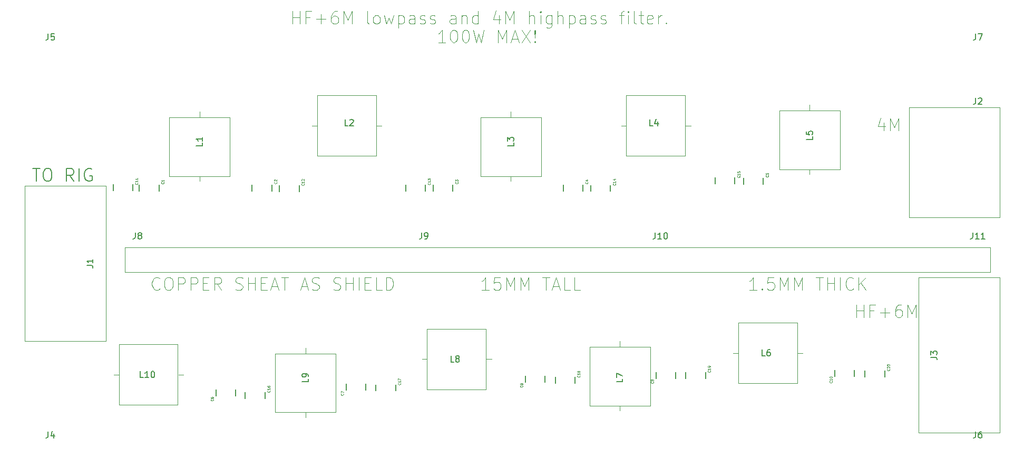
<source format=gbr>
%TF.GenerationSoftware,KiCad,Pcbnew,8.0.6-8.0.6-0~ubuntu24.04.1*%
%TF.CreationDate,2024-10-28T17:30:22+01:00*%
%TF.ProjectId,diplexer,6469706c-6578-4657-922e-6b696361645f,rev?*%
%TF.SameCoordinates,Original*%
%TF.FileFunction,Legend,Top*%
%TF.FilePolarity,Positive*%
%FSLAX46Y46*%
G04 Gerber Fmt 4.6, Leading zero omitted, Abs format (unit mm)*
G04 Created by KiCad (PCBNEW 8.0.6-8.0.6-0~ubuntu24.04.1) date 2024-10-28 17:30:22*
%MOMM*%
%LPD*%
G01*
G04 APERTURE LIST*
%ADD10C,0.100000*%
%ADD11C,0.150000*%
%ADD12C,0.098425*%
%ADD13C,0.127000*%
%ADD14C,0.120000*%
G04 APERTURE END LIST*
D10*
X48500000Y-77500000D02*
X187500000Y-77500000D01*
X187500000Y-81500000D01*
X48500000Y-81500000D01*
X48500000Y-77500000D01*
X75441979Y-41550038D02*
X75441979Y-39550038D01*
X75441979Y-40502419D02*
X76584836Y-40502419D01*
X76584836Y-41550038D02*
X76584836Y-39550038D01*
X78203884Y-40502419D02*
X77537217Y-40502419D01*
X77537217Y-41550038D02*
X77537217Y-39550038D01*
X77537217Y-39550038D02*
X78489598Y-39550038D01*
X79251503Y-40788133D02*
X80775313Y-40788133D01*
X80013408Y-41550038D02*
X80013408Y-40026228D01*
X82584836Y-39550038D02*
X82203883Y-39550038D01*
X82203883Y-39550038D02*
X82013407Y-39645276D01*
X82013407Y-39645276D02*
X81918169Y-39740514D01*
X81918169Y-39740514D02*
X81727693Y-40026228D01*
X81727693Y-40026228D02*
X81632455Y-40407180D01*
X81632455Y-40407180D02*
X81632455Y-41169085D01*
X81632455Y-41169085D02*
X81727693Y-41359561D01*
X81727693Y-41359561D02*
X81822931Y-41454800D01*
X81822931Y-41454800D02*
X82013407Y-41550038D01*
X82013407Y-41550038D02*
X82394360Y-41550038D01*
X82394360Y-41550038D02*
X82584836Y-41454800D01*
X82584836Y-41454800D02*
X82680074Y-41359561D01*
X82680074Y-41359561D02*
X82775312Y-41169085D01*
X82775312Y-41169085D02*
X82775312Y-40692895D01*
X82775312Y-40692895D02*
X82680074Y-40502419D01*
X82680074Y-40502419D02*
X82584836Y-40407180D01*
X82584836Y-40407180D02*
X82394360Y-40311942D01*
X82394360Y-40311942D02*
X82013407Y-40311942D01*
X82013407Y-40311942D02*
X81822931Y-40407180D01*
X81822931Y-40407180D02*
X81727693Y-40502419D01*
X81727693Y-40502419D02*
X81632455Y-40692895D01*
X83632455Y-41550038D02*
X83632455Y-39550038D01*
X83632455Y-39550038D02*
X84299122Y-40978609D01*
X84299122Y-40978609D02*
X84965788Y-39550038D01*
X84965788Y-39550038D02*
X84965788Y-41550038D01*
X87727693Y-41550038D02*
X87537217Y-41454800D01*
X87537217Y-41454800D02*
X87441979Y-41264323D01*
X87441979Y-41264323D02*
X87441979Y-39550038D01*
X88775312Y-41550038D02*
X88584836Y-41454800D01*
X88584836Y-41454800D02*
X88489598Y-41359561D01*
X88489598Y-41359561D02*
X88394360Y-41169085D01*
X88394360Y-41169085D02*
X88394360Y-40597657D01*
X88394360Y-40597657D02*
X88489598Y-40407180D01*
X88489598Y-40407180D02*
X88584836Y-40311942D01*
X88584836Y-40311942D02*
X88775312Y-40216704D01*
X88775312Y-40216704D02*
X89061027Y-40216704D01*
X89061027Y-40216704D02*
X89251503Y-40311942D01*
X89251503Y-40311942D02*
X89346741Y-40407180D01*
X89346741Y-40407180D02*
X89441979Y-40597657D01*
X89441979Y-40597657D02*
X89441979Y-41169085D01*
X89441979Y-41169085D02*
X89346741Y-41359561D01*
X89346741Y-41359561D02*
X89251503Y-41454800D01*
X89251503Y-41454800D02*
X89061027Y-41550038D01*
X89061027Y-41550038D02*
X88775312Y-41550038D01*
X90108646Y-40216704D02*
X90489598Y-41550038D01*
X90489598Y-41550038D02*
X90870551Y-40597657D01*
X90870551Y-40597657D02*
X91251503Y-41550038D01*
X91251503Y-41550038D02*
X91632455Y-40216704D01*
X92394360Y-40216704D02*
X92394360Y-42216704D01*
X92394360Y-40311942D02*
X92584836Y-40216704D01*
X92584836Y-40216704D02*
X92965789Y-40216704D01*
X92965789Y-40216704D02*
X93156265Y-40311942D01*
X93156265Y-40311942D02*
X93251503Y-40407180D01*
X93251503Y-40407180D02*
X93346741Y-40597657D01*
X93346741Y-40597657D02*
X93346741Y-41169085D01*
X93346741Y-41169085D02*
X93251503Y-41359561D01*
X93251503Y-41359561D02*
X93156265Y-41454800D01*
X93156265Y-41454800D02*
X92965789Y-41550038D01*
X92965789Y-41550038D02*
X92584836Y-41550038D01*
X92584836Y-41550038D02*
X92394360Y-41454800D01*
X95061027Y-41550038D02*
X95061027Y-40502419D01*
X95061027Y-40502419D02*
X94965789Y-40311942D01*
X94965789Y-40311942D02*
X94775313Y-40216704D01*
X94775313Y-40216704D02*
X94394360Y-40216704D01*
X94394360Y-40216704D02*
X94203884Y-40311942D01*
X95061027Y-41454800D02*
X94870551Y-41550038D01*
X94870551Y-41550038D02*
X94394360Y-41550038D01*
X94394360Y-41550038D02*
X94203884Y-41454800D01*
X94203884Y-41454800D02*
X94108646Y-41264323D01*
X94108646Y-41264323D02*
X94108646Y-41073847D01*
X94108646Y-41073847D02*
X94203884Y-40883371D01*
X94203884Y-40883371D02*
X94394360Y-40788133D01*
X94394360Y-40788133D02*
X94870551Y-40788133D01*
X94870551Y-40788133D02*
X95061027Y-40692895D01*
X95918170Y-41454800D02*
X96108646Y-41550038D01*
X96108646Y-41550038D02*
X96489598Y-41550038D01*
X96489598Y-41550038D02*
X96680075Y-41454800D01*
X96680075Y-41454800D02*
X96775313Y-41264323D01*
X96775313Y-41264323D02*
X96775313Y-41169085D01*
X96775313Y-41169085D02*
X96680075Y-40978609D01*
X96680075Y-40978609D02*
X96489598Y-40883371D01*
X96489598Y-40883371D02*
X96203884Y-40883371D01*
X96203884Y-40883371D02*
X96013408Y-40788133D01*
X96013408Y-40788133D02*
X95918170Y-40597657D01*
X95918170Y-40597657D02*
X95918170Y-40502419D01*
X95918170Y-40502419D02*
X96013408Y-40311942D01*
X96013408Y-40311942D02*
X96203884Y-40216704D01*
X96203884Y-40216704D02*
X96489598Y-40216704D01*
X96489598Y-40216704D02*
X96680075Y-40311942D01*
X97537218Y-41454800D02*
X97727694Y-41550038D01*
X97727694Y-41550038D02*
X98108646Y-41550038D01*
X98108646Y-41550038D02*
X98299123Y-41454800D01*
X98299123Y-41454800D02*
X98394361Y-41264323D01*
X98394361Y-41264323D02*
X98394361Y-41169085D01*
X98394361Y-41169085D02*
X98299123Y-40978609D01*
X98299123Y-40978609D02*
X98108646Y-40883371D01*
X98108646Y-40883371D02*
X97822932Y-40883371D01*
X97822932Y-40883371D02*
X97632456Y-40788133D01*
X97632456Y-40788133D02*
X97537218Y-40597657D01*
X97537218Y-40597657D02*
X97537218Y-40502419D01*
X97537218Y-40502419D02*
X97632456Y-40311942D01*
X97632456Y-40311942D02*
X97822932Y-40216704D01*
X97822932Y-40216704D02*
X98108646Y-40216704D01*
X98108646Y-40216704D02*
X98299123Y-40311942D01*
X101632457Y-41550038D02*
X101632457Y-40502419D01*
X101632457Y-40502419D02*
X101537219Y-40311942D01*
X101537219Y-40311942D02*
X101346743Y-40216704D01*
X101346743Y-40216704D02*
X100965790Y-40216704D01*
X100965790Y-40216704D02*
X100775314Y-40311942D01*
X101632457Y-41454800D02*
X101441981Y-41550038D01*
X101441981Y-41550038D02*
X100965790Y-41550038D01*
X100965790Y-41550038D02*
X100775314Y-41454800D01*
X100775314Y-41454800D02*
X100680076Y-41264323D01*
X100680076Y-41264323D02*
X100680076Y-41073847D01*
X100680076Y-41073847D02*
X100775314Y-40883371D01*
X100775314Y-40883371D02*
X100965790Y-40788133D01*
X100965790Y-40788133D02*
X101441981Y-40788133D01*
X101441981Y-40788133D02*
X101632457Y-40692895D01*
X102584838Y-40216704D02*
X102584838Y-41550038D01*
X102584838Y-40407180D02*
X102680076Y-40311942D01*
X102680076Y-40311942D02*
X102870552Y-40216704D01*
X102870552Y-40216704D02*
X103156267Y-40216704D01*
X103156267Y-40216704D02*
X103346743Y-40311942D01*
X103346743Y-40311942D02*
X103441981Y-40502419D01*
X103441981Y-40502419D02*
X103441981Y-41550038D01*
X105251505Y-41550038D02*
X105251505Y-39550038D01*
X105251505Y-41454800D02*
X105061029Y-41550038D01*
X105061029Y-41550038D02*
X104680076Y-41550038D01*
X104680076Y-41550038D02*
X104489600Y-41454800D01*
X104489600Y-41454800D02*
X104394362Y-41359561D01*
X104394362Y-41359561D02*
X104299124Y-41169085D01*
X104299124Y-41169085D02*
X104299124Y-40597657D01*
X104299124Y-40597657D02*
X104394362Y-40407180D01*
X104394362Y-40407180D02*
X104489600Y-40311942D01*
X104489600Y-40311942D02*
X104680076Y-40216704D01*
X104680076Y-40216704D02*
X105061029Y-40216704D01*
X105061029Y-40216704D02*
X105251505Y-40311942D01*
X108584839Y-40216704D02*
X108584839Y-41550038D01*
X108108648Y-39454800D02*
X107632458Y-40883371D01*
X107632458Y-40883371D02*
X108870553Y-40883371D01*
X109632458Y-41550038D02*
X109632458Y-39550038D01*
X109632458Y-39550038D02*
X110299125Y-40978609D01*
X110299125Y-40978609D02*
X110965791Y-39550038D01*
X110965791Y-39550038D02*
X110965791Y-41550038D01*
X113441982Y-41550038D02*
X113441982Y-39550038D01*
X114299125Y-41550038D02*
X114299125Y-40502419D01*
X114299125Y-40502419D02*
X114203887Y-40311942D01*
X114203887Y-40311942D02*
X114013411Y-40216704D01*
X114013411Y-40216704D02*
X113727696Y-40216704D01*
X113727696Y-40216704D02*
X113537220Y-40311942D01*
X113537220Y-40311942D02*
X113441982Y-40407180D01*
X115251506Y-41550038D02*
X115251506Y-40216704D01*
X115251506Y-39550038D02*
X115156268Y-39645276D01*
X115156268Y-39645276D02*
X115251506Y-39740514D01*
X115251506Y-39740514D02*
X115346744Y-39645276D01*
X115346744Y-39645276D02*
X115251506Y-39550038D01*
X115251506Y-39550038D02*
X115251506Y-39740514D01*
X117061030Y-40216704D02*
X117061030Y-41835752D01*
X117061030Y-41835752D02*
X116965792Y-42026228D01*
X116965792Y-42026228D02*
X116870554Y-42121466D01*
X116870554Y-42121466D02*
X116680077Y-42216704D01*
X116680077Y-42216704D02*
X116394363Y-42216704D01*
X116394363Y-42216704D02*
X116203887Y-42121466D01*
X117061030Y-41454800D02*
X116870554Y-41550038D01*
X116870554Y-41550038D02*
X116489601Y-41550038D01*
X116489601Y-41550038D02*
X116299125Y-41454800D01*
X116299125Y-41454800D02*
X116203887Y-41359561D01*
X116203887Y-41359561D02*
X116108649Y-41169085D01*
X116108649Y-41169085D02*
X116108649Y-40597657D01*
X116108649Y-40597657D02*
X116203887Y-40407180D01*
X116203887Y-40407180D02*
X116299125Y-40311942D01*
X116299125Y-40311942D02*
X116489601Y-40216704D01*
X116489601Y-40216704D02*
X116870554Y-40216704D01*
X116870554Y-40216704D02*
X117061030Y-40311942D01*
X118013411Y-41550038D02*
X118013411Y-39550038D01*
X118870554Y-41550038D02*
X118870554Y-40502419D01*
X118870554Y-40502419D02*
X118775316Y-40311942D01*
X118775316Y-40311942D02*
X118584840Y-40216704D01*
X118584840Y-40216704D02*
X118299125Y-40216704D01*
X118299125Y-40216704D02*
X118108649Y-40311942D01*
X118108649Y-40311942D02*
X118013411Y-40407180D01*
X119822935Y-40216704D02*
X119822935Y-42216704D01*
X119822935Y-40311942D02*
X120013411Y-40216704D01*
X120013411Y-40216704D02*
X120394364Y-40216704D01*
X120394364Y-40216704D02*
X120584840Y-40311942D01*
X120584840Y-40311942D02*
X120680078Y-40407180D01*
X120680078Y-40407180D02*
X120775316Y-40597657D01*
X120775316Y-40597657D02*
X120775316Y-41169085D01*
X120775316Y-41169085D02*
X120680078Y-41359561D01*
X120680078Y-41359561D02*
X120584840Y-41454800D01*
X120584840Y-41454800D02*
X120394364Y-41550038D01*
X120394364Y-41550038D02*
X120013411Y-41550038D01*
X120013411Y-41550038D02*
X119822935Y-41454800D01*
X122489602Y-41550038D02*
X122489602Y-40502419D01*
X122489602Y-40502419D02*
X122394364Y-40311942D01*
X122394364Y-40311942D02*
X122203888Y-40216704D01*
X122203888Y-40216704D02*
X121822935Y-40216704D01*
X121822935Y-40216704D02*
X121632459Y-40311942D01*
X122489602Y-41454800D02*
X122299126Y-41550038D01*
X122299126Y-41550038D02*
X121822935Y-41550038D01*
X121822935Y-41550038D02*
X121632459Y-41454800D01*
X121632459Y-41454800D02*
X121537221Y-41264323D01*
X121537221Y-41264323D02*
X121537221Y-41073847D01*
X121537221Y-41073847D02*
X121632459Y-40883371D01*
X121632459Y-40883371D02*
X121822935Y-40788133D01*
X121822935Y-40788133D02*
X122299126Y-40788133D01*
X122299126Y-40788133D02*
X122489602Y-40692895D01*
X123346745Y-41454800D02*
X123537221Y-41550038D01*
X123537221Y-41550038D02*
X123918173Y-41550038D01*
X123918173Y-41550038D02*
X124108650Y-41454800D01*
X124108650Y-41454800D02*
X124203888Y-41264323D01*
X124203888Y-41264323D02*
X124203888Y-41169085D01*
X124203888Y-41169085D02*
X124108650Y-40978609D01*
X124108650Y-40978609D02*
X123918173Y-40883371D01*
X123918173Y-40883371D02*
X123632459Y-40883371D01*
X123632459Y-40883371D02*
X123441983Y-40788133D01*
X123441983Y-40788133D02*
X123346745Y-40597657D01*
X123346745Y-40597657D02*
X123346745Y-40502419D01*
X123346745Y-40502419D02*
X123441983Y-40311942D01*
X123441983Y-40311942D02*
X123632459Y-40216704D01*
X123632459Y-40216704D02*
X123918173Y-40216704D01*
X123918173Y-40216704D02*
X124108650Y-40311942D01*
X124965793Y-41454800D02*
X125156269Y-41550038D01*
X125156269Y-41550038D02*
X125537221Y-41550038D01*
X125537221Y-41550038D02*
X125727698Y-41454800D01*
X125727698Y-41454800D02*
X125822936Y-41264323D01*
X125822936Y-41264323D02*
X125822936Y-41169085D01*
X125822936Y-41169085D02*
X125727698Y-40978609D01*
X125727698Y-40978609D02*
X125537221Y-40883371D01*
X125537221Y-40883371D02*
X125251507Y-40883371D01*
X125251507Y-40883371D02*
X125061031Y-40788133D01*
X125061031Y-40788133D02*
X124965793Y-40597657D01*
X124965793Y-40597657D02*
X124965793Y-40502419D01*
X124965793Y-40502419D02*
X125061031Y-40311942D01*
X125061031Y-40311942D02*
X125251507Y-40216704D01*
X125251507Y-40216704D02*
X125537221Y-40216704D01*
X125537221Y-40216704D02*
X125727698Y-40311942D01*
X127918175Y-40216704D02*
X128680079Y-40216704D01*
X128203889Y-41550038D02*
X128203889Y-39835752D01*
X128203889Y-39835752D02*
X128299127Y-39645276D01*
X128299127Y-39645276D02*
X128489603Y-39550038D01*
X128489603Y-39550038D02*
X128680079Y-39550038D01*
X129346746Y-41550038D02*
X129346746Y-40216704D01*
X129346746Y-39550038D02*
X129251508Y-39645276D01*
X129251508Y-39645276D02*
X129346746Y-39740514D01*
X129346746Y-39740514D02*
X129441984Y-39645276D01*
X129441984Y-39645276D02*
X129346746Y-39550038D01*
X129346746Y-39550038D02*
X129346746Y-39740514D01*
X130584841Y-41550038D02*
X130394365Y-41454800D01*
X130394365Y-41454800D02*
X130299127Y-41264323D01*
X130299127Y-41264323D02*
X130299127Y-39550038D01*
X131061032Y-40216704D02*
X131822936Y-40216704D01*
X131346746Y-39550038D02*
X131346746Y-41264323D01*
X131346746Y-41264323D02*
X131441984Y-41454800D01*
X131441984Y-41454800D02*
X131632460Y-41550038D01*
X131632460Y-41550038D02*
X131822936Y-41550038D01*
X133251508Y-41454800D02*
X133061032Y-41550038D01*
X133061032Y-41550038D02*
X132680079Y-41550038D01*
X132680079Y-41550038D02*
X132489603Y-41454800D01*
X132489603Y-41454800D02*
X132394365Y-41264323D01*
X132394365Y-41264323D02*
X132394365Y-40502419D01*
X132394365Y-40502419D02*
X132489603Y-40311942D01*
X132489603Y-40311942D02*
X132680079Y-40216704D01*
X132680079Y-40216704D02*
X133061032Y-40216704D01*
X133061032Y-40216704D02*
X133251508Y-40311942D01*
X133251508Y-40311942D02*
X133346746Y-40502419D01*
X133346746Y-40502419D02*
X133346746Y-40692895D01*
X133346746Y-40692895D02*
X132394365Y-40883371D01*
X134203889Y-41550038D02*
X134203889Y-40216704D01*
X134203889Y-40597657D02*
X134299127Y-40407180D01*
X134299127Y-40407180D02*
X134394365Y-40311942D01*
X134394365Y-40311942D02*
X134584841Y-40216704D01*
X134584841Y-40216704D02*
X134775318Y-40216704D01*
X135441984Y-41359561D02*
X135537222Y-41454800D01*
X135537222Y-41454800D02*
X135441984Y-41550038D01*
X135441984Y-41550038D02*
X135346746Y-41454800D01*
X135346746Y-41454800D02*
X135441984Y-41359561D01*
X135441984Y-41359561D02*
X135441984Y-41550038D01*
X106989598Y-84350038D02*
X105846741Y-84350038D01*
X106418169Y-84350038D02*
X106418169Y-82350038D01*
X106418169Y-82350038D02*
X106227693Y-82635752D01*
X106227693Y-82635752D02*
X106037217Y-82826228D01*
X106037217Y-82826228D02*
X105846741Y-82921466D01*
X108799122Y-82350038D02*
X107846741Y-82350038D01*
X107846741Y-82350038D02*
X107751503Y-83302419D01*
X107751503Y-83302419D02*
X107846741Y-83207180D01*
X107846741Y-83207180D02*
X108037217Y-83111942D01*
X108037217Y-83111942D02*
X108513408Y-83111942D01*
X108513408Y-83111942D02*
X108703884Y-83207180D01*
X108703884Y-83207180D02*
X108799122Y-83302419D01*
X108799122Y-83302419D02*
X108894360Y-83492895D01*
X108894360Y-83492895D02*
X108894360Y-83969085D01*
X108894360Y-83969085D02*
X108799122Y-84159561D01*
X108799122Y-84159561D02*
X108703884Y-84254800D01*
X108703884Y-84254800D02*
X108513408Y-84350038D01*
X108513408Y-84350038D02*
X108037217Y-84350038D01*
X108037217Y-84350038D02*
X107846741Y-84254800D01*
X107846741Y-84254800D02*
X107751503Y-84159561D01*
X109751503Y-84350038D02*
X109751503Y-82350038D01*
X109751503Y-82350038D02*
X110418170Y-83778609D01*
X110418170Y-83778609D02*
X111084836Y-82350038D01*
X111084836Y-82350038D02*
X111084836Y-84350038D01*
X112037217Y-84350038D02*
X112037217Y-82350038D01*
X112037217Y-82350038D02*
X112703884Y-83778609D01*
X112703884Y-83778609D02*
X113370550Y-82350038D01*
X113370550Y-82350038D02*
X113370550Y-84350038D01*
X115561027Y-82350038D02*
X116703884Y-82350038D01*
X116132455Y-84350038D02*
X116132455Y-82350038D01*
X117275313Y-83778609D02*
X118227694Y-83778609D01*
X117084837Y-84350038D02*
X117751503Y-82350038D01*
X117751503Y-82350038D02*
X118418170Y-84350038D01*
X120037218Y-84350038D02*
X119084837Y-84350038D01*
X119084837Y-84350038D02*
X119084837Y-82350038D01*
X121656266Y-84350038D02*
X120703885Y-84350038D01*
X120703885Y-84350038D02*
X120703885Y-82350038D01*
X99989598Y-44550038D02*
X98846741Y-44550038D01*
X99418169Y-44550038D02*
X99418169Y-42550038D01*
X99418169Y-42550038D02*
X99227693Y-42835752D01*
X99227693Y-42835752D02*
X99037217Y-43026228D01*
X99037217Y-43026228D02*
X98846741Y-43121466D01*
X101227693Y-42550038D02*
X101418170Y-42550038D01*
X101418170Y-42550038D02*
X101608646Y-42645276D01*
X101608646Y-42645276D02*
X101703884Y-42740514D01*
X101703884Y-42740514D02*
X101799122Y-42930990D01*
X101799122Y-42930990D02*
X101894360Y-43311942D01*
X101894360Y-43311942D02*
X101894360Y-43788133D01*
X101894360Y-43788133D02*
X101799122Y-44169085D01*
X101799122Y-44169085D02*
X101703884Y-44359561D01*
X101703884Y-44359561D02*
X101608646Y-44454800D01*
X101608646Y-44454800D02*
X101418170Y-44550038D01*
X101418170Y-44550038D02*
X101227693Y-44550038D01*
X101227693Y-44550038D02*
X101037217Y-44454800D01*
X101037217Y-44454800D02*
X100941979Y-44359561D01*
X100941979Y-44359561D02*
X100846741Y-44169085D01*
X100846741Y-44169085D02*
X100751503Y-43788133D01*
X100751503Y-43788133D02*
X100751503Y-43311942D01*
X100751503Y-43311942D02*
X100846741Y-42930990D01*
X100846741Y-42930990D02*
X100941979Y-42740514D01*
X100941979Y-42740514D02*
X101037217Y-42645276D01*
X101037217Y-42645276D02*
X101227693Y-42550038D01*
X103132455Y-42550038D02*
X103322932Y-42550038D01*
X103322932Y-42550038D02*
X103513408Y-42645276D01*
X103513408Y-42645276D02*
X103608646Y-42740514D01*
X103608646Y-42740514D02*
X103703884Y-42930990D01*
X103703884Y-42930990D02*
X103799122Y-43311942D01*
X103799122Y-43311942D02*
X103799122Y-43788133D01*
X103799122Y-43788133D02*
X103703884Y-44169085D01*
X103703884Y-44169085D02*
X103608646Y-44359561D01*
X103608646Y-44359561D02*
X103513408Y-44454800D01*
X103513408Y-44454800D02*
X103322932Y-44550038D01*
X103322932Y-44550038D02*
X103132455Y-44550038D01*
X103132455Y-44550038D02*
X102941979Y-44454800D01*
X102941979Y-44454800D02*
X102846741Y-44359561D01*
X102846741Y-44359561D02*
X102751503Y-44169085D01*
X102751503Y-44169085D02*
X102656265Y-43788133D01*
X102656265Y-43788133D02*
X102656265Y-43311942D01*
X102656265Y-43311942D02*
X102751503Y-42930990D01*
X102751503Y-42930990D02*
X102846741Y-42740514D01*
X102846741Y-42740514D02*
X102941979Y-42645276D01*
X102941979Y-42645276D02*
X103132455Y-42550038D01*
X104465789Y-42550038D02*
X104941979Y-44550038D01*
X104941979Y-44550038D02*
X105322932Y-43121466D01*
X105322932Y-43121466D02*
X105703884Y-44550038D01*
X105703884Y-44550038D02*
X106180075Y-42550038D01*
X108465789Y-44550038D02*
X108465789Y-42550038D01*
X108465789Y-42550038D02*
X109132456Y-43978609D01*
X109132456Y-43978609D02*
X109799122Y-42550038D01*
X109799122Y-42550038D02*
X109799122Y-44550038D01*
X110656265Y-43978609D02*
X111608646Y-43978609D01*
X110465789Y-44550038D02*
X111132455Y-42550038D01*
X111132455Y-42550038D02*
X111799122Y-44550038D01*
X112275313Y-42550038D02*
X113608646Y-44550038D01*
X113608646Y-42550038D02*
X112275313Y-44550038D01*
X114370551Y-44359561D02*
X114465789Y-44454800D01*
X114465789Y-44454800D02*
X114370551Y-44550038D01*
X114370551Y-44550038D02*
X114275313Y-44454800D01*
X114275313Y-44454800D02*
X114370551Y-44359561D01*
X114370551Y-44359561D02*
X114370551Y-44550038D01*
X114370551Y-43788133D02*
X114275313Y-42645276D01*
X114275313Y-42645276D02*
X114370551Y-42550038D01*
X114370551Y-42550038D02*
X114465789Y-42645276D01*
X114465789Y-42645276D02*
X114370551Y-43788133D01*
X114370551Y-43788133D02*
X114370551Y-42550038D01*
X149989598Y-84350038D02*
X148846741Y-84350038D01*
X149418169Y-84350038D02*
X149418169Y-82350038D01*
X149418169Y-82350038D02*
X149227693Y-82635752D01*
X149227693Y-82635752D02*
X149037217Y-82826228D01*
X149037217Y-82826228D02*
X148846741Y-82921466D01*
X150846741Y-84159561D02*
X150941979Y-84254800D01*
X150941979Y-84254800D02*
X150846741Y-84350038D01*
X150846741Y-84350038D02*
X150751503Y-84254800D01*
X150751503Y-84254800D02*
X150846741Y-84159561D01*
X150846741Y-84159561D02*
X150846741Y-84350038D01*
X152751503Y-82350038D02*
X151799122Y-82350038D01*
X151799122Y-82350038D02*
X151703884Y-83302419D01*
X151703884Y-83302419D02*
X151799122Y-83207180D01*
X151799122Y-83207180D02*
X151989598Y-83111942D01*
X151989598Y-83111942D02*
X152465789Y-83111942D01*
X152465789Y-83111942D02*
X152656265Y-83207180D01*
X152656265Y-83207180D02*
X152751503Y-83302419D01*
X152751503Y-83302419D02*
X152846741Y-83492895D01*
X152846741Y-83492895D02*
X152846741Y-83969085D01*
X152846741Y-83969085D02*
X152751503Y-84159561D01*
X152751503Y-84159561D02*
X152656265Y-84254800D01*
X152656265Y-84254800D02*
X152465789Y-84350038D01*
X152465789Y-84350038D02*
X151989598Y-84350038D01*
X151989598Y-84350038D02*
X151799122Y-84254800D01*
X151799122Y-84254800D02*
X151703884Y-84159561D01*
X153703884Y-84350038D02*
X153703884Y-82350038D01*
X153703884Y-82350038D02*
X154370551Y-83778609D01*
X154370551Y-83778609D02*
X155037217Y-82350038D01*
X155037217Y-82350038D02*
X155037217Y-84350038D01*
X155989598Y-84350038D02*
X155989598Y-82350038D01*
X155989598Y-82350038D02*
X156656265Y-83778609D01*
X156656265Y-83778609D02*
X157322931Y-82350038D01*
X157322931Y-82350038D02*
X157322931Y-84350038D01*
X159513408Y-82350038D02*
X160656265Y-82350038D01*
X160084836Y-84350038D02*
X160084836Y-82350038D01*
X161322932Y-84350038D02*
X161322932Y-82350038D01*
X161322932Y-83302419D02*
X162465789Y-83302419D01*
X162465789Y-84350038D02*
X162465789Y-82350038D01*
X163418170Y-84350038D02*
X163418170Y-82350038D01*
X165513408Y-84159561D02*
X165418170Y-84254800D01*
X165418170Y-84254800D02*
X165132456Y-84350038D01*
X165132456Y-84350038D02*
X164941980Y-84350038D01*
X164941980Y-84350038D02*
X164656265Y-84254800D01*
X164656265Y-84254800D02*
X164465789Y-84064323D01*
X164465789Y-84064323D02*
X164370551Y-83873847D01*
X164370551Y-83873847D02*
X164275313Y-83492895D01*
X164275313Y-83492895D02*
X164275313Y-83207180D01*
X164275313Y-83207180D02*
X164370551Y-82826228D01*
X164370551Y-82826228D02*
X164465789Y-82635752D01*
X164465789Y-82635752D02*
X164656265Y-82445276D01*
X164656265Y-82445276D02*
X164941980Y-82350038D01*
X164941980Y-82350038D02*
X165132456Y-82350038D01*
X165132456Y-82350038D02*
X165418170Y-82445276D01*
X165418170Y-82445276D02*
X165513408Y-82540514D01*
X166370551Y-84350038D02*
X166370551Y-82350038D01*
X167513408Y-84350038D02*
X166656265Y-83207180D01*
X167513408Y-82350038D02*
X166370551Y-83492895D01*
X54084836Y-84159561D02*
X53989598Y-84254800D01*
X53989598Y-84254800D02*
X53703884Y-84350038D01*
X53703884Y-84350038D02*
X53513408Y-84350038D01*
X53513408Y-84350038D02*
X53227693Y-84254800D01*
X53227693Y-84254800D02*
X53037217Y-84064323D01*
X53037217Y-84064323D02*
X52941979Y-83873847D01*
X52941979Y-83873847D02*
X52846741Y-83492895D01*
X52846741Y-83492895D02*
X52846741Y-83207180D01*
X52846741Y-83207180D02*
X52941979Y-82826228D01*
X52941979Y-82826228D02*
X53037217Y-82635752D01*
X53037217Y-82635752D02*
X53227693Y-82445276D01*
X53227693Y-82445276D02*
X53513408Y-82350038D01*
X53513408Y-82350038D02*
X53703884Y-82350038D01*
X53703884Y-82350038D02*
X53989598Y-82445276D01*
X53989598Y-82445276D02*
X54084836Y-82540514D01*
X55322931Y-82350038D02*
X55703884Y-82350038D01*
X55703884Y-82350038D02*
X55894360Y-82445276D01*
X55894360Y-82445276D02*
X56084836Y-82635752D01*
X56084836Y-82635752D02*
X56180074Y-83016704D01*
X56180074Y-83016704D02*
X56180074Y-83683371D01*
X56180074Y-83683371D02*
X56084836Y-84064323D01*
X56084836Y-84064323D02*
X55894360Y-84254800D01*
X55894360Y-84254800D02*
X55703884Y-84350038D01*
X55703884Y-84350038D02*
X55322931Y-84350038D01*
X55322931Y-84350038D02*
X55132455Y-84254800D01*
X55132455Y-84254800D02*
X54941979Y-84064323D01*
X54941979Y-84064323D02*
X54846741Y-83683371D01*
X54846741Y-83683371D02*
X54846741Y-83016704D01*
X54846741Y-83016704D02*
X54941979Y-82635752D01*
X54941979Y-82635752D02*
X55132455Y-82445276D01*
X55132455Y-82445276D02*
X55322931Y-82350038D01*
X57037217Y-84350038D02*
X57037217Y-82350038D01*
X57037217Y-82350038D02*
X57799122Y-82350038D01*
X57799122Y-82350038D02*
X57989598Y-82445276D01*
X57989598Y-82445276D02*
X58084836Y-82540514D01*
X58084836Y-82540514D02*
X58180074Y-82730990D01*
X58180074Y-82730990D02*
X58180074Y-83016704D01*
X58180074Y-83016704D02*
X58084836Y-83207180D01*
X58084836Y-83207180D02*
X57989598Y-83302419D01*
X57989598Y-83302419D02*
X57799122Y-83397657D01*
X57799122Y-83397657D02*
X57037217Y-83397657D01*
X59037217Y-84350038D02*
X59037217Y-82350038D01*
X59037217Y-82350038D02*
X59799122Y-82350038D01*
X59799122Y-82350038D02*
X59989598Y-82445276D01*
X59989598Y-82445276D02*
X60084836Y-82540514D01*
X60084836Y-82540514D02*
X60180074Y-82730990D01*
X60180074Y-82730990D02*
X60180074Y-83016704D01*
X60180074Y-83016704D02*
X60084836Y-83207180D01*
X60084836Y-83207180D02*
X59989598Y-83302419D01*
X59989598Y-83302419D02*
X59799122Y-83397657D01*
X59799122Y-83397657D02*
X59037217Y-83397657D01*
X61037217Y-83302419D02*
X61703884Y-83302419D01*
X61989598Y-84350038D02*
X61037217Y-84350038D01*
X61037217Y-84350038D02*
X61037217Y-82350038D01*
X61037217Y-82350038D02*
X61989598Y-82350038D01*
X63989598Y-84350038D02*
X63322931Y-83397657D01*
X62846741Y-84350038D02*
X62846741Y-82350038D01*
X62846741Y-82350038D02*
X63608646Y-82350038D01*
X63608646Y-82350038D02*
X63799122Y-82445276D01*
X63799122Y-82445276D02*
X63894360Y-82540514D01*
X63894360Y-82540514D02*
X63989598Y-82730990D01*
X63989598Y-82730990D02*
X63989598Y-83016704D01*
X63989598Y-83016704D02*
X63894360Y-83207180D01*
X63894360Y-83207180D02*
X63799122Y-83302419D01*
X63799122Y-83302419D02*
X63608646Y-83397657D01*
X63608646Y-83397657D02*
X62846741Y-83397657D01*
X66275313Y-84254800D02*
X66561027Y-84350038D01*
X66561027Y-84350038D02*
X67037218Y-84350038D01*
X67037218Y-84350038D02*
X67227694Y-84254800D01*
X67227694Y-84254800D02*
X67322932Y-84159561D01*
X67322932Y-84159561D02*
X67418170Y-83969085D01*
X67418170Y-83969085D02*
X67418170Y-83778609D01*
X67418170Y-83778609D02*
X67322932Y-83588133D01*
X67322932Y-83588133D02*
X67227694Y-83492895D01*
X67227694Y-83492895D02*
X67037218Y-83397657D01*
X67037218Y-83397657D02*
X66656265Y-83302419D01*
X66656265Y-83302419D02*
X66465789Y-83207180D01*
X66465789Y-83207180D02*
X66370551Y-83111942D01*
X66370551Y-83111942D02*
X66275313Y-82921466D01*
X66275313Y-82921466D02*
X66275313Y-82730990D01*
X66275313Y-82730990D02*
X66370551Y-82540514D01*
X66370551Y-82540514D02*
X66465789Y-82445276D01*
X66465789Y-82445276D02*
X66656265Y-82350038D01*
X66656265Y-82350038D02*
X67132456Y-82350038D01*
X67132456Y-82350038D02*
X67418170Y-82445276D01*
X68275313Y-84350038D02*
X68275313Y-82350038D01*
X68275313Y-83302419D02*
X69418170Y-83302419D01*
X69418170Y-84350038D02*
X69418170Y-82350038D01*
X70370551Y-83302419D02*
X71037218Y-83302419D01*
X71322932Y-84350038D02*
X70370551Y-84350038D01*
X70370551Y-84350038D02*
X70370551Y-82350038D01*
X70370551Y-82350038D02*
X71322932Y-82350038D01*
X72084837Y-83778609D02*
X73037218Y-83778609D01*
X71894361Y-84350038D02*
X72561027Y-82350038D01*
X72561027Y-82350038D02*
X73227694Y-84350038D01*
X73608647Y-82350038D02*
X74751504Y-82350038D01*
X74180075Y-84350038D02*
X74180075Y-82350038D01*
X76846743Y-83778609D02*
X77799124Y-83778609D01*
X76656267Y-84350038D02*
X77322933Y-82350038D01*
X77322933Y-82350038D02*
X77989600Y-84350038D01*
X78561029Y-84254800D02*
X78846743Y-84350038D01*
X78846743Y-84350038D02*
X79322934Y-84350038D01*
X79322934Y-84350038D02*
X79513410Y-84254800D01*
X79513410Y-84254800D02*
X79608648Y-84159561D01*
X79608648Y-84159561D02*
X79703886Y-83969085D01*
X79703886Y-83969085D02*
X79703886Y-83778609D01*
X79703886Y-83778609D02*
X79608648Y-83588133D01*
X79608648Y-83588133D02*
X79513410Y-83492895D01*
X79513410Y-83492895D02*
X79322934Y-83397657D01*
X79322934Y-83397657D02*
X78941981Y-83302419D01*
X78941981Y-83302419D02*
X78751505Y-83207180D01*
X78751505Y-83207180D02*
X78656267Y-83111942D01*
X78656267Y-83111942D02*
X78561029Y-82921466D01*
X78561029Y-82921466D02*
X78561029Y-82730990D01*
X78561029Y-82730990D02*
X78656267Y-82540514D01*
X78656267Y-82540514D02*
X78751505Y-82445276D01*
X78751505Y-82445276D02*
X78941981Y-82350038D01*
X78941981Y-82350038D02*
X79418172Y-82350038D01*
X79418172Y-82350038D02*
X79703886Y-82445276D01*
X81989601Y-84254800D02*
X82275315Y-84350038D01*
X82275315Y-84350038D02*
X82751506Y-84350038D01*
X82751506Y-84350038D02*
X82941982Y-84254800D01*
X82941982Y-84254800D02*
X83037220Y-84159561D01*
X83037220Y-84159561D02*
X83132458Y-83969085D01*
X83132458Y-83969085D02*
X83132458Y-83778609D01*
X83132458Y-83778609D02*
X83037220Y-83588133D01*
X83037220Y-83588133D02*
X82941982Y-83492895D01*
X82941982Y-83492895D02*
X82751506Y-83397657D01*
X82751506Y-83397657D02*
X82370553Y-83302419D01*
X82370553Y-83302419D02*
X82180077Y-83207180D01*
X82180077Y-83207180D02*
X82084839Y-83111942D01*
X82084839Y-83111942D02*
X81989601Y-82921466D01*
X81989601Y-82921466D02*
X81989601Y-82730990D01*
X81989601Y-82730990D02*
X82084839Y-82540514D01*
X82084839Y-82540514D02*
X82180077Y-82445276D01*
X82180077Y-82445276D02*
X82370553Y-82350038D01*
X82370553Y-82350038D02*
X82846744Y-82350038D01*
X82846744Y-82350038D02*
X83132458Y-82445276D01*
X83989601Y-84350038D02*
X83989601Y-82350038D01*
X83989601Y-83302419D02*
X85132458Y-83302419D01*
X85132458Y-84350038D02*
X85132458Y-82350038D01*
X86084839Y-84350038D02*
X86084839Y-82350038D01*
X87037220Y-83302419D02*
X87703887Y-83302419D01*
X87989601Y-84350038D02*
X87037220Y-84350038D01*
X87037220Y-84350038D02*
X87037220Y-82350038D01*
X87037220Y-82350038D02*
X87989601Y-82350038D01*
X89799125Y-84350038D02*
X88846744Y-84350038D01*
X88846744Y-84350038D02*
X88846744Y-82350038D01*
X90465792Y-84350038D02*
X90465792Y-82350038D01*
X90465792Y-82350038D02*
X90941982Y-82350038D01*
X90941982Y-82350038D02*
X91227697Y-82445276D01*
X91227697Y-82445276D02*
X91418173Y-82635752D01*
X91418173Y-82635752D02*
X91513411Y-82826228D01*
X91513411Y-82826228D02*
X91608649Y-83207180D01*
X91608649Y-83207180D02*
X91608649Y-83492895D01*
X91608649Y-83492895D02*
X91513411Y-83873847D01*
X91513411Y-83873847D02*
X91418173Y-84064323D01*
X91418173Y-84064323D02*
X91227697Y-84254800D01*
X91227697Y-84254800D02*
X90941982Y-84350038D01*
X90941982Y-84350038D02*
X90465792Y-84350038D01*
D11*
X33689160Y-64847438D02*
X34832017Y-64847438D01*
X34260588Y-66847438D02*
X34260588Y-64847438D01*
X35879636Y-64847438D02*
X36260589Y-64847438D01*
X36260589Y-64847438D02*
X36451065Y-64942676D01*
X36451065Y-64942676D02*
X36641541Y-65133152D01*
X36641541Y-65133152D02*
X36736779Y-65514104D01*
X36736779Y-65514104D02*
X36736779Y-66180771D01*
X36736779Y-66180771D02*
X36641541Y-66561723D01*
X36641541Y-66561723D02*
X36451065Y-66752200D01*
X36451065Y-66752200D02*
X36260589Y-66847438D01*
X36260589Y-66847438D02*
X35879636Y-66847438D01*
X35879636Y-66847438D02*
X35689160Y-66752200D01*
X35689160Y-66752200D02*
X35498684Y-66561723D01*
X35498684Y-66561723D02*
X35403446Y-66180771D01*
X35403446Y-66180771D02*
X35403446Y-65514104D01*
X35403446Y-65514104D02*
X35498684Y-65133152D01*
X35498684Y-65133152D02*
X35689160Y-64942676D01*
X35689160Y-64942676D02*
X35879636Y-64847438D01*
X40260589Y-66847438D02*
X39593922Y-65895057D01*
X39117732Y-66847438D02*
X39117732Y-64847438D01*
X39117732Y-64847438D02*
X39879637Y-64847438D01*
X39879637Y-64847438D02*
X40070113Y-64942676D01*
X40070113Y-64942676D02*
X40165351Y-65037914D01*
X40165351Y-65037914D02*
X40260589Y-65228390D01*
X40260589Y-65228390D02*
X40260589Y-65514104D01*
X40260589Y-65514104D02*
X40165351Y-65704580D01*
X40165351Y-65704580D02*
X40070113Y-65799819D01*
X40070113Y-65799819D02*
X39879637Y-65895057D01*
X39879637Y-65895057D02*
X39117732Y-65895057D01*
X41117732Y-66847438D02*
X41117732Y-64847438D01*
X43117732Y-64942676D02*
X42927256Y-64847438D01*
X42927256Y-64847438D02*
X42641542Y-64847438D01*
X42641542Y-64847438D02*
X42355827Y-64942676D01*
X42355827Y-64942676D02*
X42165351Y-65133152D01*
X42165351Y-65133152D02*
X42070113Y-65323628D01*
X42070113Y-65323628D02*
X41974875Y-65704580D01*
X41974875Y-65704580D02*
X41974875Y-65990295D01*
X41974875Y-65990295D02*
X42070113Y-66371247D01*
X42070113Y-66371247D02*
X42165351Y-66561723D01*
X42165351Y-66561723D02*
X42355827Y-66752200D01*
X42355827Y-66752200D02*
X42641542Y-66847438D01*
X42641542Y-66847438D02*
X42832018Y-66847438D01*
X42832018Y-66847438D02*
X43117732Y-66752200D01*
X43117732Y-66752200D02*
X43212970Y-66656961D01*
X43212970Y-66656961D02*
X43212970Y-65990295D01*
X43212970Y-65990295D02*
X42832018Y-65990295D01*
D10*
X166041979Y-88750038D02*
X166041979Y-86750038D01*
X166041979Y-87702419D02*
X167184836Y-87702419D01*
X167184836Y-88750038D02*
X167184836Y-86750038D01*
X168803884Y-87702419D02*
X168137217Y-87702419D01*
X168137217Y-88750038D02*
X168137217Y-86750038D01*
X168137217Y-86750038D02*
X169089598Y-86750038D01*
X169851503Y-87988133D02*
X171375313Y-87988133D01*
X170613408Y-88750038D02*
X170613408Y-87226228D01*
X173184836Y-86750038D02*
X172803883Y-86750038D01*
X172803883Y-86750038D02*
X172613407Y-86845276D01*
X172613407Y-86845276D02*
X172518169Y-86940514D01*
X172518169Y-86940514D02*
X172327693Y-87226228D01*
X172327693Y-87226228D02*
X172232455Y-87607180D01*
X172232455Y-87607180D02*
X172232455Y-88369085D01*
X172232455Y-88369085D02*
X172327693Y-88559561D01*
X172327693Y-88559561D02*
X172422931Y-88654800D01*
X172422931Y-88654800D02*
X172613407Y-88750038D01*
X172613407Y-88750038D02*
X172994360Y-88750038D01*
X172994360Y-88750038D02*
X173184836Y-88654800D01*
X173184836Y-88654800D02*
X173280074Y-88559561D01*
X173280074Y-88559561D02*
X173375312Y-88369085D01*
X173375312Y-88369085D02*
X173375312Y-87892895D01*
X173375312Y-87892895D02*
X173280074Y-87702419D01*
X173280074Y-87702419D02*
X173184836Y-87607180D01*
X173184836Y-87607180D02*
X172994360Y-87511942D01*
X172994360Y-87511942D02*
X172613407Y-87511942D01*
X172613407Y-87511942D02*
X172422931Y-87607180D01*
X172422931Y-87607180D02*
X172327693Y-87702419D01*
X172327693Y-87702419D02*
X172232455Y-87892895D01*
X174232455Y-88750038D02*
X174232455Y-86750038D01*
X174232455Y-86750038D02*
X174899122Y-88178609D01*
X174899122Y-88178609D02*
X175565788Y-86750038D01*
X175565788Y-86750038D02*
X175565788Y-88750038D01*
X170399122Y-57416704D02*
X170399122Y-58750038D01*
X169922931Y-56654800D02*
X169446741Y-58083371D01*
X169446741Y-58083371D02*
X170684836Y-58083371D01*
X171446741Y-58750038D02*
X171446741Y-56750038D01*
X171446741Y-56750038D02*
X172113408Y-58178609D01*
X172113408Y-58178609D02*
X172780074Y-56750038D01*
X172780074Y-56750038D02*
X172780074Y-58750038D01*
D12*
X92729519Y-99342092D02*
X92748267Y-99360840D01*
X92748267Y-99360840D02*
X92767014Y-99417083D01*
X92767014Y-99417083D02*
X92767014Y-99454578D01*
X92767014Y-99454578D02*
X92748267Y-99510821D01*
X92748267Y-99510821D02*
X92710771Y-99548317D01*
X92710771Y-99548317D02*
X92673276Y-99567064D01*
X92673276Y-99567064D02*
X92598285Y-99585812D01*
X92598285Y-99585812D02*
X92542042Y-99585812D01*
X92542042Y-99585812D02*
X92467052Y-99567064D01*
X92467052Y-99567064D02*
X92429556Y-99548317D01*
X92429556Y-99548317D02*
X92392061Y-99510821D01*
X92392061Y-99510821D02*
X92373313Y-99454578D01*
X92373313Y-99454578D02*
X92373313Y-99417083D01*
X92373313Y-99417083D02*
X92392061Y-99360840D01*
X92392061Y-99360840D02*
X92410809Y-99342092D01*
X92767014Y-98967139D02*
X92767014Y-99192111D01*
X92767014Y-99079625D02*
X92373313Y-99079625D01*
X92373313Y-99079625D02*
X92429556Y-99117120D01*
X92429556Y-99117120D02*
X92467052Y-99154616D01*
X92467052Y-99154616D02*
X92485799Y-99192111D01*
X92373313Y-98835906D02*
X92373313Y-98573438D01*
X92373313Y-98573438D02*
X92767014Y-98742167D01*
D11*
X51444642Y-98454819D02*
X50968452Y-98454819D01*
X50968452Y-98454819D02*
X50968452Y-97454819D01*
X52301785Y-98454819D02*
X51730357Y-98454819D01*
X52016071Y-98454819D02*
X52016071Y-97454819D01*
X52016071Y-97454819D02*
X51920833Y-97597676D01*
X51920833Y-97597676D02*
X51825595Y-97692914D01*
X51825595Y-97692914D02*
X51730357Y-97740533D01*
X52920833Y-97454819D02*
X53016071Y-97454819D01*
X53016071Y-97454819D02*
X53111309Y-97502438D01*
X53111309Y-97502438D02*
X53158928Y-97550057D01*
X53158928Y-97550057D02*
X53206547Y-97645295D01*
X53206547Y-97645295D02*
X53254166Y-97835771D01*
X53254166Y-97835771D02*
X53254166Y-98073866D01*
X53254166Y-98073866D02*
X53206547Y-98264342D01*
X53206547Y-98264342D02*
X53158928Y-98359580D01*
X53158928Y-98359580D02*
X53111309Y-98407200D01*
X53111309Y-98407200D02*
X53016071Y-98454819D01*
X53016071Y-98454819D02*
X52920833Y-98454819D01*
X52920833Y-98454819D02*
X52825595Y-98407200D01*
X52825595Y-98407200D02*
X52777976Y-98359580D01*
X52777976Y-98359580D02*
X52730357Y-98264342D01*
X52730357Y-98264342D02*
X52682738Y-98073866D01*
X52682738Y-98073866D02*
X52682738Y-97835771D01*
X52682738Y-97835771D02*
X52730357Y-97645295D01*
X52730357Y-97645295D02*
X52777976Y-97550057D01*
X52777976Y-97550057D02*
X52825595Y-97502438D01*
X52825595Y-97502438D02*
X52920833Y-97454819D01*
D12*
X62649519Y-101954616D02*
X62668267Y-101973364D01*
X62668267Y-101973364D02*
X62687014Y-102029607D01*
X62687014Y-102029607D02*
X62687014Y-102067102D01*
X62687014Y-102067102D02*
X62668267Y-102123345D01*
X62668267Y-102123345D02*
X62630771Y-102160841D01*
X62630771Y-102160841D02*
X62593276Y-102179588D01*
X62593276Y-102179588D02*
X62518285Y-102198336D01*
X62518285Y-102198336D02*
X62462042Y-102198336D01*
X62462042Y-102198336D02*
X62387052Y-102179588D01*
X62387052Y-102179588D02*
X62349556Y-102160841D01*
X62349556Y-102160841D02*
X62312061Y-102123345D01*
X62312061Y-102123345D02*
X62293313Y-102067102D01*
X62293313Y-102067102D02*
X62293313Y-102029607D01*
X62293313Y-102029607D02*
X62312061Y-101973364D01*
X62312061Y-101973364D02*
X62330809Y-101954616D01*
X62293313Y-101617158D02*
X62293313Y-101692149D01*
X62293313Y-101692149D02*
X62312061Y-101729644D01*
X62312061Y-101729644D02*
X62330809Y-101748392D01*
X62330809Y-101748392D02*
X62387052Y-101785887D01*
X62387052Y-101785887D02*
X62462042Y-101804635D01*
X62462042Y-101804635D02*
X62612024Y-101804635D01*
X62612024Y-101804635D02*
X62649519Y-101785887D01*
X62649519Y-101785887D02*
X62668267Y-101767140D01*
X62668267Y-101767140D02*
X62687014Y-101729644D01*
X62687014Y-101729644D02*
X62687014Y-101654654D01*
X62687014Y-101654654D02*
X62668267Y-101617158D01*
X62668267Y-101617158D02*
X62649519Y-101598411D01*
X62649519Y-101598411D02*
X62612024Y-101579663D01*
X62612024Y-101579663D02*
X62518285Y-101579663D01*
X62518285Y-101579663D02*
X62480790Y-101598411D01*
X62480790Y-101598411D02*
X62462042Y-101617158D01*
X62462042Y-101617158D02*
X62443295Y-101654654D01*
X62443295Y-101654654D02*
X62443295Y-101729644D01*
X62443295Y-101729644D02*
X62462042Y-101767140D01*
X62462042Y-101767140D02*
X62480790Y-101785887D01*
X62480790Y-101785887D02*
X62518285Y-101804635D01*
X127254519Y-67253092D02*
X127273267Y-67271840D01*
X127273267Y-67271840D02*
X127292014Y-67328083D01*
X127292014Y-67328083D02*
X127292014Y-67365578D01*
X127292014Y-67365578D02*
X127273267Y-67421821D01*
X127273267Y-67421821D02*
X127235771Y-67459317D01*
X127235771Y-67459317D02*
X127198276Y-67478064D01*
X127198276Y-67478064D02*
X127123285Y-67496812D01*
X127123285Y-67496812D02*
X127067042Y-67496812D01*
X127067042Y-67496812D02*
X126992052Y-67478064D01*
X126992052Y-67478064D02*
X126954556Y-67459317D01*
X126954556Y-67459317D02*
X126917061Y-67421821D01*
X126917061Y-67421821D02*
X126898313Y-67365578D01*
X126898313Y-67365578D02*
X126898313Y-67328083D01*
X126898313Y-67328083D02*
X126917061Y-67271840D01*
X126917061Y-67271840D02*
X126935809Y-67253092D01*
X127292014Y-66878139D02*
X127292014Y-67103111D01*
X127292014Y-66990625D02*
X126898313Y-66990625D01*
X126898313Y-66990625D02*
X126954556Y-67028120D01*
X126954556Y-67028120D02*
X126992052Y-67065616D01*
X126992052Y-67065616D02*
X127010799Y-67103111D01*
X127029547Y-66540681D02*
X127292014Y-66540681D01*
X126879566Y-66634420D02*
X127160781Y-66728158D01*
X127160781Y-66728158D02*
X127160781Y-66484438D01*
X122829519Y-67005616D02*
X122848267Y-67024364D01*
X122848267Y-67024364D02*
X122867014Y-67080607D01*
X122867014Y-67080607D02*
X122867014Y-67118102D01*
X122867014Y-67118102D02*
X122848267Y-67174345D01*
X122848267Y-67174345D02*
X122810771Y-67211841D01*
X122810771Y-67211841D02*
X122773276Y-67230588D01*
X122773276Y-67230588D02*
X122698285Y-67249336D01*
X122698285Y-67249336D02*
X122642042Y-67249336D01*
X122642042Y-67249336D02*
X122567052Y-67230588D01*
X122567052Y-67230588D02*
X122529556Y-67211841D01*
X122529556Y-67211841D02*
X122492061Y-67174345D01*
X122492061Y-67174345D02*
X122473313Y-67118102D01*
X122473313Y-67118102D02*
X122473313Y-67080607D01*
X122473313Y-67080607D02*
X122492061Y-67024364D01*
X122492061Y-67024364D02*
X122510809Y-67005616D01*
X122604547Y-66668158D02*
X122867014Y-66668158D01*
X122454566Y-66761897D02*
X122735781Y-66855635D01*
X122735781Y-66855635D02*
X122735781Y-66611915D01*
D11*
X36166666Y-43154819D02*
X36166666Y-43869104D01*
X36166666Y-43869104D02*
X36119047Y-44011961D01*
X36119047Y-44011961D02*
X36023809Y-44107200D01*
X36023809Y-44107200D02*
X35880952Y-44154819D01*
X35880952Y-44154819D02*
X35785714Y-44154819D01*
X37119047Y-43154819D02*
X36642857Y-43154819D01*
X36642857Y-43154819D02*
X36595238Y-43631009D01*
X36595238Y-43631009D02*
X36642857Y-43583390D01*
X36642857Y-43583390D02*
X36738095Y-43535771D01*
X36738095Y-43535771D02*
X36976190Y-43535771D01*
X36976190Y-43535771D02*
X37071428Y-43583390D01*
X37071428Y-43583390D02*
X37119047Y-43631009D01*
X37119047Y-43631009D02*
X37166666Y-43726247D01*
X37166666Y-43726247D02*
X37166666Y-43964342D01*
X37166666Y-43964342D02*
X37119047Y-44059580D01*
X37119047Y-44059580D02*
X37071428Y-44107200D01*
X37071428Y-44107200D02*
X36976190Y-44154819D01*
X36976190Y-44154819D02*
X36738095Y-44154819D01*
X36738095Y-44154819D02*
X36642857Y-44107200D01*
X36642857Y-44107200D02*
X36595238Y-44059580D01*
D12*
X142504519Y-97342092D02*
X142523267Y-97360840D01*
X142523267Y-97360840D02*
X142542014Y-97417083D01*
X142542014Y-97417083D02*
X142542014Y-97454578D01*
X142542014Y-97454578D02*
X142523267Y-97510821D01*
X142523267Y-97510821D02*
X142485771Y-97548317D01*
X142485771Y-97548317D02*
X142448276Y-97567064D01*
X142448276Y-97567064D02*
X142373285Y-97585812D01*
X142373285Y-97585812D02*
X142317042Y-97585812D01*
X142317042Y-97585812D02*
X142242052Y-97567064D01*
X142242052Y-97567064D02*
X142204556Y-97548317D01*
X142204556Y-97548317D02*
X142167061Y-97510821D01*
X142167061Y-97510821D02*
X142148313Y-97454578D01*
X142148313Y-97454578D02*
X142148313Y-97417083D01*
X142148313Y-97417083D02*
X142167061Y-97360840D01*
X142167061Y-97360840D02*
X142185809Y-97342092D01*
X142542014Y-96967139D02*
X142542014Y-97192111D01*
X142542014Y-97079625D02*
X142148313Y-97079625D01*
X142148313Y-97079625D02*
X142204556Y-97117120D01*
X142204556Y-97117120D02*
X142242052Y-97154616D01*
X142242052Y-97154616D02*
X142260799Y-97192111D01*
X142542014Y-96779663D02*
X142542014Y-96704672D01*
X142542014Y-96704672D02*
X142523267Y-96667177D01*
X142523267Y-96667177D02*
X142504519Y-96648429D01*
X142504519Y-96648429D02*
X142448276Y-96610934D01*
X142448276Y-96610934D02*
X142373285Y-96592186D01*
X142373285Y-96592186D02*
X142223304Y-96592186D01*
X142223304Y-96592186D02*
X142185809Y-96610934D01*
X142185809Y-96610934D02*
X142167061Y-96629681D01*
X142167061Y-96629681D02*
X142148313Y-96667177D01*
X142148313Y-96667177D02*
X142148313Y-96742167D01*
X142148313Y-96742167D02*
X142167061Y-96779663D01*
X142167061Y-96779663D02*
X142185809Y-96798410D01*
X142185809Y-96798410D02*
X142223304Y-96817158D01*
X142223304Y-96817158D02*
X142317042Y-96817158D01*
X142317042Y-96817158D02*
X142354538Y-96798410D01*
X142354538Y-96798410D02*
X142373285Y-96779663D01*
X142373285Y-96779663D02*
X142392033Y-96742167D01*
X142392033Y-96742167D02*
X142392033Y-96667177D01*
X142392033Y-96667177D02*
X142373285Y-96629681D01*
X142373285Y-96629681D02*
X142354538Y-96610934D01*
X142354538Y-96610934D02*
X142317042Y-96592186D01*
D11*
X84333333Y-57954819D02*
X83857143Y-57954819D01*
X83857143Y-57954819D02*
X83857143Y-56954819D01*
X84619048Y-57050057D02*
X84666667Y-57002438D01*
X84666667Y-57002438D02*
X84761905Y-56954819D01*
X84761905Y-56954819D02*
X85000000Y-56954819D01*
X85000000Y-56954819D02*
X85095238Y-57002438D01*
X85095238Y-57002438D02*
X85142857Y-57050057D01*
X85142857Y-57050057D02*
X85190476Y-57145295D01*
X85190476Y-57145295D02*
X85190476Y-57240533D01*
X85190476Y-57240533D02*
X85142857Y-57383390D01*
X85142857Y-57383390D02*
X84571429Y-57954819D01*
X84571429Y-57954819D02*
X85190476Y-57954819D01*
X177954819Y-95183333D02*
X178669104Y-95183333D01*
X178669104Y-95183333D02*
X178811961Y-95230952D01*
X178811961Y-95230952D02*
X178907200Y-95326190D01*
X178907200Y-95326190D02*
X178954819Y-95469047D01*
X178954819Y-95469047D02*
X178954819Y-95564285D01*
X177954819Y-94802380D02*
X177954819Y-94183333D01*
X177954819Y-94183333D02*
X178335771Y-94516666D01*
X178335771Y-94516666D02*
X178335771Y-94373809D01*
X178335771Y-94373809D02*
X178383390Y-94278571D01*
X178383390Y-94278571D02*
X178431009Y-94230952D01*
X178431009Y-94230952D02*
X178526247Y-94183333D01*
X178526247Y-94183333D02*
X178764342Y-94183333D01*
X178764342Y-94183333D02*
X178859580Y-94230952D01*
X178859580Y-94230952D02*
X178907200Y-94278571D01*
X178907200Y-94278571D02*
X178954819Y-94373809D01*
X178954819Y-94373809D02*
X178954819Y-94659523D01*
X178954819Y-94659523D02*
X178907200Y-94754761D01*
X178907200Y-94754761D02*
X178859580Y-94802380D01*
X133333333Y-57954819D02*
X132857143Y-57954819D01*
X132857143Y-57954819D02*
X132857143Y-56954819D01*
X134095238Y-57288152D02*
X134095238Y-57954819D01*
X133857143Y-56907200D02*
X133619048Y-57621485D01*
X133619048Y-57621485D02*
X134238095Y-57621485D01*
X185166666Y-53494819D02*
X185166666Y-54209104D01*
X185166666Y-54209104D02*
X185119047Y-54351961D01*
X185119047Y-54351961D02*
X185023809Y-54447200D01*
X185023809Y-54447200D02*
X184880952Y-54494819D01*
X184880952Y-54494819D02*
X184785714Y-54494819D01*
X185595238Y-53590057D02*
X185642857Y-53542438D01*
X185642857Y-53542438D02*
X185738095Y-53494819D01*
X185738095Y-53494819D02*
X185976190Y-53494819D01*
X185976190Y-53494819D02*
X186071428Y-53542438D01*
X186071428Y-53542438D02*
X186119047Y-53590057D01*
X186119047Y-53590057D02*
X186166666Y-53685295D01*
X186166666Y-53685295D02*
X186166666Y-53780533D01*
X186166666Y-53780533D02*
X186119047Y-53923390D01*
X186119047Y-53923390D02*
X185547619Y-54494819D01*
X185547619Y-54494819D02*
X186166666Y-54494819D01*
D12*
X97504519Y-67178092D02*
X97523267Y-67196840D01*
X97523267Y-67196840D02*
X97542014Y-67253083D01*
X97542014Y-67253083D02*
X97542014Y-67290578D01*
X97542014Y-67290578D02*
X97523267Y-67346821D01*
X97523267Y-67346821D02*
X97485771Y-67384317D01*
X97485771Y-67384317D02*
X97448276Y-67403064D01*
X97448276Y-67403064D02*
X97373285Y-67421812D01*
X97373285Y-67421812D02*
X97317042Y-67421812D01*
X97317042Y-67421812D02*
X97242052Y-67403064D01*
X97242052Y-67403064D02*
X97204556Y-67384317D01*
X97204556Y-67384317D02*
X97167061Y-67346821D01*
X97167061Y-67346821D02*
X97148313Y-67290578D01*
X97148313Y-67290578D02*
X97148313Y-67253083D01*
X97148313Y-67253083D02*
X97167061Y-67196840D01*
X97167061Y-67196840D02*
X97185809Y-67178092D01*
X97542014Y-66803139D02*
X97542014Y-67028111D01*
X97542014Y-66915625D02*
X97148313Y-66915625D01*
X97148313Y-66915625D02*
X97204556Y-66953120D01*
X97204556Y-66953120D02*
X97242052Y-66990616D01*
X97242052Y-66990616D02*
X97260799Y-67028111D01*
X97148313Y-66671906D02*
X97148313Y-66428186D01*
X97148313Y-66428186D02*
X97298295Y-66559420D01*
X97298295Y-66559420D02*
X97298295Y-66503177D01*
X97298295Y-66503177D02*
X97317042Y-66465681D01*
X97317042Y-66465681D02*
X97335790Y-66446934D01*
X97335790Y-66446934D02*
X97373285Y-66428186D01*
X97373285Y-66428186D02*
X97467024Y-66428186D01*
X97467024Y-66428186D02*
X97504519Y-66446934D01*
X97504519Y-66446934D02*
X97523267Y-66465681D01*
X97523267Y-66465681D02*
X97542014Y-66503177D01*
X97542014Y-66503177D02*
X97542014Y-66615663D01*
X97542014Y-66615663D02*
X97523267Y-66653158D01*
X97523267Y-66653158D02*
X97504519Y-66671906D01*
D11*
X151333333Y-94954819D02*
X150857143Y-94954819D01*
X150857143Y-94954819D02*
X150857143Y-93954819D01*
X152095238Y-93954819D02*
X151904762Y-93954819D01*
X151904762Y-93954819D02*
X151809524Y-94002438D01*
X151809524Y-94002438D02*
X151761905Y-94050057D01*
X151761905Y-94050057D02*
X151666667Y-94192914D01*
X151666667Y-94192914D02*
X151619048Y-94383390D01*
X151619048Y-94383390D02*
X151619048Y-94764342D01*
X151619048Y-94764342D02*
X151666667Y-94859580D01*
X151666667Y-94859580D02*
X151714286Y-94907200D01*
X151714286Y-94907200D02*
X151809524Y-94954819D01*
X151809524Y-94954819D02*
X152000000Y-94954819D01*
X152000000Y-94954819D02*
X152095238Y-94907200D01*
X152095238Y-94907200D02*
X152142857Y-94859580D01*
X152142857Y-94859580D02*
X152190476Y-94764342D01*
X152190476Y-94764342D02*
X152190476Y-94526247D01*
X152190476Y-94526247D02*
X152142857Y-94431009D01*
X152142857Y-94431009D02*
X152095238Y-94383390D01*
X152095238Y-94383390D02*
X152000000Y-94335771D01*
X152000000Y-94335771D02*
X151809524Y-94335771D01*
X151809524Y-94335771D02*
X151714286Y-94383390D01*
X151714286Y-94383390D02*
X151666667Y-94431009D01*
X151666667Y-94431009D02*
X151619048Y-94526247D01*
X185166666Y-43154819D02*
X185166666Y-43869104D01*
X185166666Y-43869104D02*
X185119047Y-44011961D01*
X185119047Y-44011961D02*
X185023809Y-44107200D01*
X185023809Y-44107200D02*
X184880952Y-44154819D01*
X184880952Y-44154819D02*
X184785714Y-44154819D01*
X185547619Y-43154819D02*
X186214285Y-43154819D01*
X186214285Y-43154819D02*
X185785714Y-44154819D01*
X128454819Y-98666666D02*
X128454819Y-99142856D01*
X128454819Y-99142856D02*
X127454819Y-99142856D01*
X127454819Y-98428570D02*
X127454819Y-97761904D01*
X127454819Y-97761904D02*
X128454819Y-98190475D01*
D12*
X54704519Y-67026616D02*
X54723267Y-67045364D01*
X54723267Y-67045364D02*
X54742014Y-67101607D01*
X54742014Y-67101607D02*
X54742014Y-67139102D01*
X54742014Y-67139102D02*
X54723267Y-67195345D01*
X54723267Y-67195345D02*
X54685771Y-67232841D01*
X54685771Y-67232841D02*
X54648276Y-67251588D01*
X54648276Y-67251588D02*
X54573285Y-67270336D01*
X54573285Y-67270336D02*
X54517042Y-67270336D01*
X54517042Y-67270336D02*
X54442052Y-67251588D01*
X54442052Y-67251588D02*
X54404556Y-67232841D01*
X54404556Y-67232841D02*
X54367061Y-67195345D01*
X54367061Y-67195345D02*
X54348313Y-67139102D01*
X54348313Y-67139102D02*
X54348313Y-67101607D01*
X54348313Y-67101607D02*
X54367061Y-67045364D01*
X54367061Y-67045364D02*
X54385809Y-67026616D01*
X54742014Y-66651663D02*
X54742014Y-66876635D01*
X54742014Y-66764149D02*
X54348313Y-66764149D01*
X54348313Y-66764149D02*
X54404556Y-66801644D01*
X54404556Y-66801644D02*
X54442052Y-66839140D01*
X54442052Y-66839140D02*
X54460799Y-66876635D01*
X83549519Y-101054616D02*
X83568267Y-101073364D01*
X83568267Y-101073364D02*
X83587014Y-101129607D01*
X83587014Y-101129607D02*
X83587014Y-101167102D01*
X83587014Y-101167102D02*
X83568267Y-101223345D01*
X83568267Y-101223345D02*
X83530771Y-101260841D01*
X83530771Y-101260841D02*
X83493276Y-101279588D01*
X83493276Y-101279588D02*
X83418285Y-101298336D01*
X83418285Y-101298336D02*
X83362042Y-101298336D01*
X83362042Y-101298336D02*
X83287052Y-101279588D01*
X83287052Y-101279588D02*
X83249556Y-101260841D01*
X83249556Y-101260841D02*
X83212061Y-101223345D01*
X83212061Y-101223345D02*
X83193313Y-101167102D01*
X83193313Y-101167102D02*
X83193313Y-101129607D01*
X83193313Y-101129607D02*
X83212061Y-101073364D01*
X83212061Y-101073364D02*
X83230809Y-101054616D01*
X83193313Y-100923383D02*
X83193313Y-100660915D01*
X83193313Y-100660915D02*
X83587014Y-100829644D01*
D11*
X77954819Y-98666666D02*
X77954819Y-99142856D01*
X77954819Y-99142856D02*
X76954819Y-99142856D01*
X77954819Y-98285713D02*
X77954819Y-98095237D01*
X77954819Y-98095237D02*
X77907200Y-97999999D01*
X77907200Y-97999999D02*
X77859580Y-97952380D01*
X77859580Y-97952380D02*
X77716723Y-97857142D01*
X77716723Y-97857142D02*
X77526247Y-97809523D01*
X77526247Y-97809523D02*
X77145295Y-97809523D01*
X77145295Y-97809523D02*
X77050057Y-97857142D01*
X77050057Y-97857142D02*
X77002438Y-97904761D01*
X77002438Y-97904761D02*
X76954819Y-97999999D01*
X76954819Y-97999999D02*
X76954819Y-98190475D01*
X76954819Y-98190475D02*
X77002438Y-98285713D01*
X77002438Y-98285713D02*
X77050057Y-98333332D01*
X77050057Y-98333332D02*
X77145295Y-98380951D01*
X77145295Y-98380951D02*
X77383390Y-98380951D01*
X77383390Y-98380951D02*
X77478628Y-98333332D01*
X77478628Y-98333332D02*
X77526247Y-98285713D01*
X77526247Y-98285713D02*
X77573866Y-98190475D01*
X77573866Y-98190475D02*
X77573866Y-97999999D01*
X77573866Y-97999999D02*
X77526247Y-97904761D01*
X77526247Y-97904761D02*
X77478628Y-97857142D01*
X77478628Y-97857142D02*
X77383390Y-97809523D01*
X184690476Y-75154819D02*
X184690476Y-75869104D01*
X184690476Y-75869104D02*
X184642857Y-76011961D01*
X184642857Y-76011961D02*
X184547619Y-76107200D01*
X184547619Y-76107200D02*
X184404762Y-76154819D01*
X184404762Y-76154819D02*
X184309524Y-76154819D01*
X185690476Y-76154819D02*
X185119048Y-76154819D01*
X185404762Y-76154819D02*
X185404762Y-75154819D01*
X185404762Y-75154819D02*
X185309524Y-75297676D01*
X185309524Y-75297676D02*
X185214286Y-75392914D01*
X185214286Y-75392914D02*
X185119048Y-75440533D01*
X186642857Y-76154819D02*
X186071429Y-76154819D01*
X186357143Y-76154819D02*
X186357143Y-75154819D01*
X186357143Y-75154819D02*
X186261905Y-75297676D01*
X186261905Y-75297676D02*
X186166667Y-75392914D01*
X186166667Y-75392914D02*
X186071429Y-75440533D01*
X133690476Y-75154819D02*
X133690476Y-75869104D01*
X133690476Y-75869104D02*
X133642857Y-76011961D01*
X133642857Y-76011961D02*
X133547619Y-76107200D01*
X133547619Y-76107200D02*
X133404762Y-76154819D01*
X133404762Y-76154819D02*
X133309524Y-76154819D01*
X134690476Y-76154819D02*
X134119048Y-76154819D01*
X134404762Y-76154819D02*
X134404762Y-75154819D01*
X134404762Y-75154819D02*
X134309524Y-75297676D01*
X134309524Y-75297676D02*
X134214286Y-75392914D01*
X134214286Y-75392914D02*
X134119048Y-75440533D01*
X135309524Y-75154819D02*
X135404762Y-75154819D01*
X135404762Y-75154819D02*
X135500000Y-75202438D01*
X135500000Y-75202438D02*
X135547619Y-75250057D01*
X135547619Y-75250057D02*
X135595238Y-75345295D01*
X135595238Y-75345295D02*
X135642857Y-75535771D01*
X135642857Y-75535771D02*
X135642857Y-75773866D01*
X135642857Y-75773866D02*
X135595238Y-75964342D01*
X135595238Y-75964342D02*
X135547619Y-76059580D01*
X135547619Y-76059580D02*
X135500000Y-76107200D01*
X135500000Y-76107200D02*
X135404762Y-76154819D01*
X135404762Y-76154819D02*
X135309524Y-76154819D01*
X135309524Y-76154819D02*
X135214286Y-76107200D01*
X135214286Y-76107200D02*
X135166667Y-76059580D01*
X135166667Y-76059580D02*
X135119048Y-75964342D01*
X135119048Y-75964342D02*
X135071429Y-75773866D01*
X135071429Y-75773866D02*
X135071429Y-75535771D01*
X135071429Y-75535771D02*
X135119048Y-75345295D01*
X135119048Y-75345295D02*
X135166667Y-75250057D01*
X135166667Y-75250057D02*
X135214286Y-75202438D01*
X135214286Y-75202438D02*
X135309524Y-75154819D01*
X50166666Y-75154819D02*
X50166666Y-75869104D01*
X50166666Y-75869104D02*
X50119047Y-76011961D01*
X50119047Y-76011961D02*
X50023809Y-76107200D01*
X50023809Y-76107200D02*
X49880952Y-76154819D01*
X49880952Y-76154819D02*
X49785714Y-76154819D01*
X50785714Y-75583390D02*
X50690476Y-75535771D01*
X50690476Y-75535771D02*
X50642857Y-75488152D01*
X50642857Y-75488152D02*
X50595238Y-75392914D01*
X50595238Y-75392914D02*
X50595238Y-75345295D01*
X50595238Y-75345295D02*
X50642857Y-75250057D01*
X50642857Y-75250057D02*
X50690476Y-75202438D01*
X50690476Y-75202438D02*
X50785714Y-75154819D01*
X50785714Y-75154819D02*
X50976190Y-75154819D01*
X50976190Y-75154819D02*
X51071428Y-75202438D01*
X51071428Y-75202438D02*
X51119047Y-75250057D01*
X51119047Y-75250057D02*
X51166666Y-75345295D01*
X51166666Y-75345295D02*
X51166666Y-75392914D01*
X51166666Y-75392914D02*
X51119047Y-75488152D01*
X51119047Y-75488152D02*
X51071428Y-75535771D01*
X51071428Y-75535771D02*
X50976190Y-75583390D01*
X50976190Y-75583390D02*
X50785714Y-75583390D01*
X50785714Y-75583390D02*
X50690476Y-75631009D01*
X50690476Y-75631009D02*
X50642857Y-75678628D01*
X50642857Y-75678628D02*
X50595238Y-75773866D01*
X50595238Y-75773866D02*
X50595238Y-75964342D01*
X50595238Y-75964342D02*
X50642857Y-76059580D01*
X50642857Y-76059580D02*
X50690476Y-76107200D01*
X50690476Y-76107200D02*
X50785714Y-76154819D01*
X50785714Y-76154819D02*
X50976190Y-76154819D01*
X50976190Y-76154819D02*
X51071428Y-76107200D01*
X51071428Y-76107200D02*
X51119047Y-76059580D01*
X51119047Y-76059580D02*
X51166666Y-75964342D01*
X51166666Y-75964342D02*
X51166666Y-75773866D01*
X51166666Y-75773866D02*
X51119047Y-75678628D01*
X51119047Y-75678628D02*
X51071428Y-75631009D01*
X51071428Y-75631009D02*
X50976190Y-75583390D01*
X101333333Y-95954819D02*
X100857143Y-95954819D01*
X100857143Y-95954819D02*
X100857143Y-94954819D01*
X101809524Y-95383390D02*
X101714286Y-95335771D01*
X101714286Y-95335771D02*
X101666667Y-95288152D01*
X101666667Y-95288152D02*
X101619048Y-95192914D01*
X101619048Y-95192914D02*
X101619048Y-95145295D01*
X101619048Y-95145295D02*
X101666667Y-95050057D01*
X101666667Y-95050057D02*
X101714286Y-95002438D01*
X101714286Y-95002438D02*
X101809524Y-94954819D01*
X101809524Y-94954819D02*
X102000000Y-94954819D01*
X102000000Y-94954819D02*
X102095238Y-95002438D01*
X102095238Y-95002438D02*
X102142857Y-95050057D01*
X102142857Y-95050057D02*
X102190476Y-95145295D01*
X102190476Y-95145295D02*
X102190476Y-95192914D01*
X102190476Y-95192914D02*
X102142857Y-95288152D01*
X102142857Y-95288152D02*
X102095238Y-95335771D01*
X102095238Y-95335771D02*
X102000000Y-95383390D01*
X102000000Y-95383390D02*
X101809524Y-95383390D01*
X101809524Y-95383390D02*
X101714286Y-95431009D01*
X101714286Y-95431009D02*
X101666667Y-95478628D01*
X101666667Y-95478628D02*
X101619048Y-95573866D01*
X101619048Y-95573866D02*
X101619048Y-95764342D01*
X101619048Y-95764342D02*
X101666667Y-95859580D01*
X101666667Y-95859580D02*
X101714286Y-95907200D01*
X101714286Y-95907200D02*
X101809524Y-95954819D01*
X101809524Y-95954819D02*
X102000000Y-95954819D01*
X102000000Y-95954819D02*
X102095238Y-95907200D01*
X102095238Y-95907200D02*
X102142857Y-95859580D01*
X102142857Y-95859580D02*
X102190476Y-95764342D01*
X102190476Y-95764342D02*
X102190476Y-95573866D01*
X102190476Y-95573866D02*
X102142857Y-95478628D01*
X102142857Y-95478628D02*
X102095238Y-95431009D01*
X102095238Y-95431009D02*
X102000000Y-95383390D01*
D12*
X147229519Y-66039092D02*
X147248267Y-66057840D01*
X147248267Y-66057840D02*
X147267014Y-66114083D01*
X147267014Y-66114083D02*
X147267014Y-66151578D01*
X147267014Y-66151578D02*
X147248267Y-66207821D01*
X147248267Y-66207821D02*
X147210771Y-66245317D01*
X147210771Y-66245317D02*
X147173276Y-66264064D01*
X147173276Y-66264064D02*
X147098285Y-66282812D01*
X147098285Y-66282812D02*
X147042042Y-66282812D01*
X147042042Y-66282812D02*
X146967052Y-66264064D01*
X146967052Y-66264064D02*
X146929556Y-66245317D01*
X146929556Y-66245317D02*
X146892061Y-66207821D01*
X146892061Y-66207821D02*
X146873313Y-66151578D01*
X146873313Y-66151578D02*
X146873313Y-66114083D01*
X146873313Y-66114083D02*
X146892061Y-66057840D01*
X146892061Y-66057840D02*
X146910809Y-66039092D01*
X147267014Y-65664139D02*
X147267014Y-65889111D01*
X147267014Y-65776625D02*
X146873313Y-65776625D01*
X146873313Y-65776625D02*
X146929556Y-65814120D01*
X146929556Y-65814120D02*
X146967052Y-65851616D01*
X146967052Y-65851616D02*
X146985799Y-65889111D01*
X146873313Y-65307934D02*
X146873313Y-65495410D01*
X146873313Y-65495410D02*
X147060790Y-65514158D01*
X147060790Y-65514158D02*
X147042042Y-65495410D01*
X147042042Y-65495410D02*
X147023295Y-65457915D01*
X147023295Y-65457915D02*
X147023295Y-65364177D01*
X147023295Y-65364177D02*
X147042042Y-65326681D01*
X147042042Y-65326681D02*
X147060790Y-65307934D01*
X147060790Y-65307934D02*
X147098285Y-65289186D01*
X147098285Y-65289186D02*
X147192024Y-65289186D01*
X147192024Y-65289186D02*
X147229519Y-65307934D01*
X147229519Y-65307934D02*
X147248267Y-65326681D01*
X147248267Y-65326681D02*
X147267014Y-65364177D01*
X147267014Y-65364177D02*
X147267014Y-65457915D01*
X147267014Y-65457915D02*
X147248267Y-65495410D01*
X147248267Y-65495410D02*
X147229519Y-65514158D01*
X171304519Y-97081092D02*
X171323267Y-97099840D01*
X171323267Y-97099840D02*
X171342014Y-97156083D01*
X171342014Y-97156083D02*
X171342014Y-97193578D01*
X171342014Y-97193578D02*
X171323267Y-97249821D01*
X171323267Y-97249821D02*
X171285771Y-97287317D01*
X171285771Y-97287317D02*
X171248276Y-97306064D01*
X171248276Y-97306064D02*
X171173285Y-97324812D01*
X171173285Y-97324812D02*
X171117042Y-97324812D01*
X171117042Y-97324812D02*
X171042052Y-97306064D01*
X171042052Y-97306064D02*
X171004556Y-97287317D01*
X171004556Y-97287317D02*
X170967061Y-97249821D01*
X170967061Y-97249821D02*
X170948313Y-97193578D01*
X170948313Y-97193578D02*
X170948313Y-97156083D01*
X170948313Y-97156083D02*
X170967061Y-97099840D01*
X170967061Y-97099840D02*
X170985809Y-97081092D01*
X170985809Y-96931111D02*
X170967061Y-96912363D01*
X170967061Y-96912363D02*
X170948313Y-96874868D01*
X170948313Y-96874868D02*
X170948313Y-96781130D01*
X170948313Y-96781130D02*
X170967061Y-96743634D01*
X170967061Y-96743634D02*
X170985809Y-96724887D01*
X170985809Y-96724887D02*
X171023304Y-96706139D01*
X171023304Y-96706139D02*
X171060799Y-96706139D01*
X171060799Y-96706139D02*
X171117042Y-96724887D01*
X171117042Y-96724887D02*
X171342014Y-96949859D01*
X171342014Y-96949859D02*
X171342014Y-96706139D01*
X170948313Y-96462420D02*
X170948313Y-96424924D01*
X170948313Y-96424924D02*
X170967061Y-96387429D01*
X170967061Y-96387429D02*
X170985809Y-96368681D01*
X170985809Y-96368681D02*
X171023304Y-96349934D01*
X171023304Y-96349934D02*
X171098295Y-96331186D01*
X171098295Y-96331186D02*
X171192033Y-96331186D01*
X171192033Y-96331186D02*
X171267024Y-96349934D01*
X171267024Y-96349934D02*
X171304519Y-96368681D01*
X171304519Y-96368681D02*
X171323267Y-96387429D01*
X171323267Y-96387429D02*
X171342014Y-96424924D01*
X171342014Y-96424924D02*
X171342014Y-96462420D01*
X171342014Y-96462420D02*
X171323267Y-96499915D01*
X171323267Y-96499915D02*
X171304519Y-96518663D01*
X171304519Y-96518663D02*
X171267024Y-96537410D01*
X171267024Y-96537410D02*
X171192033Y-96556158D01*
X171192033Y-96556158D02*
X171098295Y-96556158D01*
X171098295Y-96556158D02*
X171023304Y-96537410D01*
X171023304Y-96537410D02*
X170985809Y-96518663D01*
X170985809Y-96518663D02*
X170967061Y-96499915D01*
X170967061Y-96499915D02*
X170948313Y-96462420D01*
X50504519Y-67124092D02*
X50523267Y-67142840D01*
X50523267Y-67142840D02*
X50542014Y-67199083D01*
X50542014Y-67199083D02*
X50542014Y-67236578D01*
X50542014Y-67236578D02*
X50523267Y-67292821D01*
X50523267Y-67292821D02*
X50485771Y-67330317D01*
X50485771Y-67330317D02*
X50448276Y-67349064D01*
X50448276Y-67349064D02*
X50373285Y-67367812D01*
X50373285Y-67367812D02*
X50317042Y-67367812D01*
X50317042Y-67367812D02*
X50242052Y-67349064D01*
X50242052Y-67349064D02*
X50204556Y-67330317D01*
X50204556Y-67330317D02*
X50167061Y-67292821D01*
X50167061Y-67292821D02*
X50148313Y-67236578D01*
X50148313Y-67236578D02*
X50148313Y-67199083D01*
X50148313Y-67199083D02*
X50167061Y-67142840D01*
X50167061Y-67142840D02*
X50185809Y-67124092D01*
X50542014Y-66749139D02*
X50542014Y-66974111D01*
X50542014Y-66861625D02*
X50148313Y-66861625D01*
X50148313Y-66861625D02*
X50204556Y-66899120D01*
X50204556Y-66899120D02*
X50242052Y-66936616D01*
X50242052Y-66936616D02*
X50260799Y-66974111D01*
X50542014Y-66374186D02*
X50542014Y-66599158D01*
X50542014Y-66486672D02*
X50148313Y-66486672D01*
X50148313Y-66486672D02*
X50204556Y-66524167D01*
X50204556Y-66524167D02*
X50242052Y-66561663D01*
X50242052Y-66561663D02*
X50260799Y-66599158D01*
D11*
X60954819Y-60666666D02*
X60954819Y-61142856D01*
X60954819Y-61142856D02*
X59954819Y-61142856D01*
X60954819Y-59809523D02*
X60954819Y-60380951D01*
X60954819Y-60095237D02*
X59954819Y-60095237D01*
X59954819Y-60095237D02*
X60097676Y-60190475D01*
X60097676Y-60190475D02*
X60192914Y-60285713D01*
X60192914Y-60285713D02*
X60240533Y-60380951D01*
X42354819Y-80443333D02*
X43069104Y-80443333D01*
X43069104Y-80443333D02*
X43211961Y-80490952D01*
X43211961Y-80490952D02*
X43307200Y-80586190D01*
X43307200Y-80586190D02*
X43354819Y-80729047D01*
X43354819Y-80729047D02*
X43354819Y-80824285D01*
X43354819Y-79443333D02*
X43354819Y-80014761D01*
X43354819Y-79729047D02*
X42354819Y-79729047D01*
X42354819Y-79729047D02*
X42497676Y-79824285D01*
X42497676Y-79824285D02*
X42592914Y-79919523D01*
X42592914Y-79919523D02*
X42640533Y-80014761D01*
D12*
X151804519Y-65926616D02*
X151823267Y-65945364D01*
X151823267Y-65945364D02*
X151842014Y-66001607D01*
X151842014Y-66001607D02*
X151842014Y-66039102D01*
X151842014Y-66039102D02*
X151823267Y-66095345D01*
X151823267Y-66095345D02*
X151785771Y-66132841D01*
X151785771Y-66132841D02*
X151748276Y-66151588D01*
X151748276Y-66151588D02*
X151673285Y-66170336D01*
X151673285Y-66170336D02*
X151617042Y-66170336D01*
X151617042Y-66170336D02*
X151542052Y-66151588D01*
X151542052Y-66151588D02*
X151504556Y-66132841D01*
X151504556Y-66132841D02*
X151467061Y-66095345D01*
X151467061Y-66095345D02*
X151448313Y-66039102D01*
X151448313Y-66039102D02*
X151448313Y-66001607D01*
X151448313Y-66001607D02*
X151467061Y-65945364D01*
X151467061Y-65945364D02*
X151485809Y-65926616D01*
X151448313Y-65570411D02*
X151448313Y-65757887D01*
X151448313Y-65757887D02*
X151635790Y-65776635D01*
X151635790Y-65776635D02*
X151617042Y-65757887D01*
X151617042Y-65757887D02*
X151598295Y-65720392D01*
X151598295Y-65720392D02*
X151598295Y-65626654D01*
X151598295Y-65626654D02*
X151617042Y-65589158D01*
X151617042Y-65589158D02*
X151635790Y-65570411D01*
X151635790Y-65570411D02*
X151673285Y-65551663D01*
X151673285Y-65551663D02*
X151767024Y-65551663D01*
X151767024Y-65551663D02*
X151804519Y-65570411D01*
X151804519Y-65570411D02*
X151823267Y-65589158D01*
X151823267Y-65589158D02*
X151842014Y-65626654D01*
X151842014Y-65626654D02*
X151842014Y-65720392D01*
X151842014Y-65720392D02*
X151823267Y-65757887D01*
X151823267Y-65757887D02*
X151804519Y-65776635D01*
X162049519Y-99042092D02*
X162068267Y-99060840D01*
X162068267Y-99060840D02*
X162087014Y-99117083D01*
X162087014Y-99117083D02*
X162087014Y-99154578D01*
X162087014Y-99154578D02*
X162068267Y-99210821D01*
X162068267Y-99210821D02*
X162030771Y-99248317D01*
X162030771Y-99248317D02*
X161993276Y-99267064D01*
X161993276Y-99267064D02*
X161918285Y-99285812D01*
X161918285Y-99285812D02*
X161862042Y-99285812D01*
X161862042Y-99285812D02*
X161787052Y-99267064D01*
X161787052Y-99267064D02*
X161749556Y-99248317D01*
X161749556Y-99248317D02*
X161712061Y-99210821D01*
X161712061Y-99210821D02*
X161693313Y-99154578D01*
X161693313Y-99154578D02*
X161693313Y-99117083D01*
X161693313Y-99117083D02*
X161712061Y-99060840D01*
X161712061Y-99060840D02*
X161730809Y-99042092D01*
X162087014Y-98667139D02*
X162087014Y-98892111D01*
X162087014Y-98779625D02*
X161693313Y-98779625D01*
X161693313Y-98779625D02*
X161749556Y-98817120D01*
X161749556Y-98817120D02*
X161787052Y-98854616D01*
X161787052Y-98854616D02*
X161805799Y-98892111D01*
X161693313Y-98423420D02*
X161693313Y-98385924D01*
X161693313Y-98385924D02*
X161712061Y-98348429D01*
X161712061Y-98348429D02*
X161730809Y-98329681D01*
X161730809Y-98329681D02*
X161768304Y-98310934D01*
X161768304Y-98310934D02*
X161843295Y-98292186D01*
X161843295Y-98292186D02*
X161937033Y-98292186D01*
X161937033Y-98292186D02*
X162012024Y-98310934D01*
X162012024Y-98310934D02*
X162049519Y-98329681D01*
X162049519Y-98329681D02*
X162068267Y-98348429D01*
X162068267Y-98348429D02*
X162087014Y-98385924D01*
X162087014Y-98385924D02*
X162087014Y-98423420D01*
X162087014Y-98423420D02*
X162068267Y-98460915D01*
X162068267Y-98460915D02*
X162049519Y-98479663D01*
X162049519Y-98479663D02*
X162012024Y-98498410D01*
X162012024Y-98498410D02*
X161937033Y-98517158D01*
X161937033Y-98517158D02*
X161843295Y-98517158D01*
X161843295Y-98517158D02*
X161768304Y-98498410D01*
X161768304Y-98498410D02*
X161730809Y-98479663D01*
X161730809Y-98479663D02*
X161712061Y-98460915D01*
X161712061Y-98460915D02*
X161693313Y-98423420D01*
D11*
X185166666Y-107154819D02*
X185166666Y-107869104D01*
X185166666Y-107869104D02*
X185119047Y-108011961D01*
X185119047Y-108011961D02*
X185023809Y-108107200D01*
X185023809Y-108107200D02*
X184880952Y-108154819D01*
X184880952Y-108154819D02*
X184785714Y-108154819D01*
X186071428Y-107154819D02*
X185880952Y-107154819D01*
X185880952Y-107154819D02*
X185785714Y-107202438D01*
X185785714Y-107202438D02*
X185738095Y-107250057D01*
X185738095Y-107250057D02*
X185642857Y-107392914D01*
X185642857Y-107392914D02*
X185595238Y-107583390D01*
X185595238Y-107583390D02*
X185595238Y-107964342D01*
X185595238Y-107964342D02*
X185642857Y-108059580D01*
X185642857Y-108059580D02*
X185690476Y-108107200D01*
X185690476Y-108107200D02*
X185785714Y-108154819D01*
X185785714Y-108154819D02*
X185976190Y-108154819D01*
X185976190Y-108154819D02*
X186071428Y-108107200D01*
X186071428Y-108107200D02*
X186119047Y-108059580D01*
X186119047Y-108059580D02*
X186166666Y-107964342D01*
X186166666Y-107964342D02*
X186166666Y-107726247D01*
X186166666Y-107726247D02*
X186119047Y-107631009D01*
X186119047Y-107631009D02*
X186071428Y-107583390D01*
X186071428Y-107583390D02*
X185976190Y-107535771D01*
X185976190Y-107535771D02*
X185785714Y-107535771D01*
X185785714Y-107535771D02*
X185690476Y-107583390D01*
X185690476Y-107583390D02*
X185642857Y-107631009D01*
X185642857Y-107631009D02*
X185595238Y-107726247D01*
D12*
X72829519Y-67005616D02*
X72848267Y-67024364D01*
X72848267Y-67024364D02*
X72867014Y-67080607D01*
X72867014Y-67080607D02*
X72867014Y-67118102D01*
X72867014Y-67118102D02*
X72848267Y-67174345D01*
X72848267Y-67174345D02*
X72810771Y-67211841D01*
X72810771Y-67211841D02*
X72773276Y-67230588D01*
X72773276Y-67230588D02*
X72698285Y-67249336D01*
X72698285Y-67249336D02*
X72642042Y-67249336D01*
X72642042Y-67249336D02*
X72567052Y-67230588D01*
X72567052Y-67230588D02*
X72529556Y-67211841D01*
X72529556Y-67211841D02*
X72492061Y-67174345D01*
X72492061Y-67174345D02*
X72473313Y-67118102D01*
X72473313Y-67118102D02*
X72473313Y-67080607D01*
X72473313Y-67080607D02*
X72492061Y-67024364D01*
X72492061Y-67024364D02*
X72510809Y-67005616D01*
X72510809Y-66855635D02*
X72492061Y-66836887D01*
X72492061Y-66836887D02*
X72473313Y-66799392D01*
X72473313Y-66799392D02*
X72473313Y-66705654D01*
X72473313Y-66705654D02*
X72492061Y-66668158D01*
X72492061Y-66668158D02*
X72510809Y-66649411D01*
X72510809Y-66649411D02*
X72548304Y-66630663D01*
X72548304Y-66630663D02*
X72585799Y-66630663D01*
X72585799Y-66630663D02*
X72642042Y-66649411D01*
X72642042Y-66649411D02*
X72867014Y-66874383D01*
X72867014Y-66874383D02*
X72867014Y-66630663D01*
X121529519Y-98142092D02*
X121548267Y-98160840D01*
X121548267Y-98160840D02*
X121567014Y-98217083D01*
X121567014Y-98217083D02*
X121567014Y-98254578D01*
X121567014Y-98254578D02*
X121548267Y-98310821D01*
X121548267Y-98310821D02*
X121510771Y-98348317D01*
X121510771Y-98348317D02*
X121473276Y-98367064D01*
X121473276Y-98367064D02*
X121398285Y-98385812D01*
X121398285Y-98385812D02*
X121342042Y-98385812D01*
X121342042Y-98385812D02*
X121267052Y-98367064D01*
X121267052Y-98367064D02*
X121229556Y-98348317D01*
X121229556Y-98348317D02*
X121192061Y-98310821D01*
X121192061Y-98310821D02*
X121173313Y-98254578D01*
X121173313Y-98254578D02*
X121173313Y-98217083D01*
X121173313Y-98217083D02*
X121192061Y-98160840D01*
X121192061Y-98160840D02*
X121210809Y-98142092D01*
X121567014Y-97767139D02*
X121567014Y-97992111D01*
X121567014Y-97879625D02*
X121173313Y-97879625D01*
X121173313Y-97879625D02*
X121229556Y-97917120D01*
X121229556Y-97917120D02*
X121267052Y-97954616D01*
X121267052Y-97954616D02*
X121285799Y-97992111D01*
X121342042Y-97542167D02*
X121323295Y-97579663D01*
X121323295Y-97579663D02*
X121304547Y-97598410D01*
X121304547Y-97598410D02*
X121267052Y-97617158D01*
X121267052Y-97617158D02*
X121248304Y-97617158D01*
X121248304Y-97617158D02*
X121210809Y-97598410D01*
X121210809Y-97598410D02*
X121192061Y-97579663D01*
X121192061Y-97579663D02*
X121173313Y-97542167D01*
X121173313Y-97542167D02*
X121173313Y-97467177D01*
X121173313Y-97467177D02*
X121192061Y-97429681D01*
X121192061Y-97429681D02*
X121210809Y-97410934D01*
X121210809Y-97410934D02*
X121248304Y-97392186D01*
X121248304Y-97392186D02*
X121267052Y-97392186D01*
X121267052Y-97392186D02*
X121304547Y-97410934D01*
X121304547Y-97410934D02*
X121323295Y-97429681D01*
X121323295Y-97429681D02*
X121342042Y-97467177D01*
X121342042Y-97467177D02*
X121342042Y-97542167D01*
X121342042Y-97542167D02*
X121360790Y-97579663D01*
X121360790Y-97579663D02*
X121379538Y-97598410D01*
X121379538Y-97598410D02*
X121417033Y-97617158D01*
X121417033Y-97617158D02*
X121492024Y-97617158D01*
X121492024Y-97617158D02*
X121529519Y-97598410D01*
X121529519Y-97598410D02*
X121548267Y-97579663D01*
X121548267Y-97579663D02*
X121567014Y-97542167D01*
X121567014Y-97542167D02*
X121567014Y-97467177D01*
X121567014Y-97467177D02*
X121548267Y-97429681D01*
X121548267Y-97429681D02*
X121529519Y-97410934D01*
X121529519Y-97410934D02*
X121492024Y-97392186D01*
X121492024Y-97392186D02*
X121417033Y-97392186D01*
X121417033Y-97392186D02*
X121379538Y-97410934D01*
X121379538Y-97410934D02*
X121360790Y-97429681D01*
X121360790Y-97429681D02*
X121342042Y-97467177D01*
X112349519Y-99754616D02*
X112368267Y-99773364D01*
X112368267Y-99773364D02*
X112387014Y-99829607D01*
X112387014Y-99829607D02*
X112387014Y-99867102D01*
X112387014Y-99867102D02*
X112368267Y-99923345D01*
X112368267Y-99923345D02*
X112330771Y-99960841D01*
X112330771Y-99960841D02*
X112293276Y-99979588D01*
X112293276Y-99979588D02*
X112218285Y-99998336D01*
X112218285Y-99998336D02*
X112162042Y-99998336D01*
X112162042Y-99998336D02*
X112087052Y-99979588D01*
X112087052Y-99979588D02*
X112049556Y-99960841D01*
X112049556Y-99960841D02*
X112012061Y-99923345D01*
X112012061Y-99923345D02*
X111993313Y-99867102D01*
X111993313Y-99867102D02*
X111993313Y-99829607D01*
X111993313Y-99829607D02*
X112012061Y-99773364D01*
X112012061Y-99773364D02*
X112030809Y-99754616D01*
X112162042Y-99529644D02*
X112143295Y-99567140D01*
X112143295Y-99567140D02*
X112124547Y-99585887D01*
X112124547Y-99585887D02*
X112087052Y-99604635D01*
X112087052Y-99604635D02*
X112068304Y-99604635D01*
X112068304Y-99604635D02*
X112030809Y-99585887D01*
X112030809Y-99585887D02*
X112012061Y-99567140D01*
X112012061Y-99567140D02*
X111993313Y-99529644D01*
X111993313Y-99529644D02*
X111993313Y-99454654D01*
X111993313Y-99454654D02*
X112012061Y-99417158D01*
X112012061Y-99417158D02*
X112030809Y-99398411D01*
X112030809Y-99398411D02*
X112068304Y-99379663D01*
X112068304Y-99379663D02*
X112087052Y-99379663D01*
X112087052Y-99379663D02*
X112124547Y-99398411D01*
X112124547Y-99398411D02*
X112143295Y-99417158D01*
X112143295Y-99417158D02*
X112162042Y-99454654D01*
X112162042Y-99454654D02*
X112162042Y-99529644D01*
X112162042Y-99529644D02*
X112180790Y-99567140D01*
X112180790Y-99567140D02*
X112199538Y-99585887D01*
X112199538Y-99585887D02*
X112237033Y-99604635D01*
X112237033Y-99604635D02*
X112312024Y-99604635D01*
X112312024Y-99604635D02*
X112349519Y-99585887D01*
X112349519Y-99585887D02*
X112368267Y-99567140D01*
X112368267Y-99567140D02*
X112387014Y-99529644D01*
X112387014Y-99529644D02*
X112387014Y-99454654D01*
X112387014Y-99454654D02*
X112368267Y-99417158D01*
X112368267Y-99417158D02*
X112349519Y-99398411D01*
X112349519Y-99398411D02*
X112312024Y-99379663D01*
X112312024Y-99379663D02*
X112237033Y-99379663D01*
X112237033Y-99379663D02*
X112199538Y-99398411D01*
X112199538Y-99398411D02*
X112180790Y-99417158D01*
X112180790Y-99417158D02*
X112162042Y-99454654D01*
X133349519Y-99133616D02*
X133368267Y-99152364D01*
X133368267Y-99152364D02*
X133387014Y-99208607D01*
X133387014Y-99208607D02*
X133387014Y-99246102D01*
X133387014Y-99246102D02*
X133368267Y-99302345D01*
X133368267Y-99302345D02*
X133330771Y-99339841D01*
X133330771Y-99339841D02*
X133293276Y-99358588D01*
X133293276Y-99358588D02*
X133218285Y-99377336D01*
X133218285Y-99377336D02*
X133162042Y-99377336D01*
X133162042Y-99377336D02*
X133087052Y-99358588D01*
X133087052Y-99358588D02*
X133049556Y-99339841D01*
X133049556Y-99339841D02*
X133012061Y-99302345D01*
X133012061Y-99302345D02*
X132993313Y-99246102D01*
X132993313Y-99246102D02*
X132993313Y-99208607D01*
X132993313Y-99208607D02*
X133012061Y-99152364D01*
X133012061Y-99152364D02*
X133030809Y-99133616D01*
X133387014Y-98946140D02*
X133387014Y-98871149D01*
X133387014Y-98871149D02*
X133368267Y-98833654D01*
X133368267Y-98833654D02*
X133349519Y-98814906D01*
X133349519Y-98814906D02*
X133293276Y-98777411D01*
X133293276Y-98777411D02*
X133218285Y-98758663D01*
X133218285Y-98758663D02*
X133068304Y-98758663D01*
X133068304Y-98758663D02*
X133030809Y-98777411D01*
X133030809Y-98777411D02*
X133012061Y-98796158D01*
X133012061Y-98796158D02*
X132993313Y-98833654D01*
X132993313Y-98833654D02*
X132993313Y-98908644D01*
X132993313Y-98908644D02*
X133012061Y-98946140D01*
X133012061Y-98946140D02*
X133030809Y-98964887D01*
X133030809Y-98964887D02*
X133068304Y-98983635D01*
X133068304Y-98983635D02*
X133162042Y-98983635D01*
X133162042Y-98983635D02*
X133199538Y-98964887D01*
X133199538Y-98964887D02*
X133218285Y-98946140D01*
X133218285Y-98946140D02*
X133237033Y-98908644D01*
X133237033Y-98908644D02*
X133237033Y-98833654D01*
X133237033Y-98833654D02*
X133218285Y-98796158D01*
X133218285Y-98796158D02*
X133199538Y-98777411D01*
X133199538Y-98777411D02*
X133162042Y-98758663D01*
X77229519Y-67289092D02*
X77248267Y-67307840D01*
X77248267Y-67307840D02*
X77267014Y-67364083D01*
X77267014Y-67364083D02*
X77267014Y-67401578D01*
X77267014Y-67401578D02*
X77248267Y-67457821D01*
X77248267Y-67457821D02*
X77210771Y-67495317D01*
X77210771Y-67495317D02*
X77173276Y-67514064D01*
X77173276Y-67514064D02*
X77098285Y-67532812D01*
X77098285Y-67532812D02*
X77042042Y-67532812D01*
X77042042Y-67532812D02*
X76967052Y-67514064D01*
X76967052Y-67514064D02*
X76929556Y-67495317D01*
X76929556Y-67495317D02*
X76892061Y-67457821D01*
X76892061Y-67457821D02*
X76873313Y-67401578D01*
X76873313Y-67401578D02*
X76873313Y-67364083D01*
X76873313Y-67364083D02*
X76892061Y-67307840D01*
X76892061Y-67307840D02*
X76910809Y-67289092D01*
X77267014Y-66914139D02*
X77267014Y-67139111D01*
X77267014Y-67026625D02*
X76873313Y-67026625D01*
X76873313Y-67026625D02*
X76929556Y-67064120D01*
X76929556Y-67064120D02*
X76967052Y-67101616D01*
X76967052Y-67101616D02*
X76985799Y-67139111D01*
X76910809Y-66764158D02*
X76892061Y-66745410D01*
X76892061Y-66745410D02*
X76873313Y-66707915D01*
X76873313Y-66707915D02*
X76873313Y-66614177D01*
X76873313Y-66614177D02*
X76892061Y-66576681D01*
X76892061Y-66576681D02*
X76910809Y-66557934D01*
X76910809Y-66557934D02*
X76948304Y-66539186D01*
X76948304Y-66539186D02*
X76985799Y-66539186D01*
X76985799Y-66539186D02*
X77042042Y-66557934D01*
X77042042Y-66557934D02*
X77267014Y-66782906D01*
X77267014Y-66782906D02*
X77267014Y-66539186D01*
D11*
X158954819Y-59666666D02*
X158954819Y-60142856D01*
X158954819Y-60142856D02*
X157954819Y-60142856D01*
X157954819Y-58857142D02*
X157954819Y-59333332D01*
X157954819Y-59333332D02*
X158431009Y-59380951D01*
X158431009Y-59380951D02*
X158383390Y-59333332D01*
X158383390Y-59333332D02*
X158335771Y-59238094D01*
X158335771Y-59238094D02*
X158335771Y-58999999D01*
X158335771Y-58999999D02*
X158383390Y-58904761D01*
X158383390Y-58904761D02*
X158431009Y-58857142D01*
X158431009Y-58857142D02*
X158526247Y-58809523D01*
X158526247Y-58809523D02*
X158764342Y-58809523D01*
X158764342Y-58809523D02*
X158859580Y-58857142D01*
X158859580Y-58857142D02*
X158907200Y-58904761D01*
X158907200Y-58904761D02*
X158954819Y-58999999D01*
X158954819Y-58999999D02*
X158954819Y-59238094D01*
X158954819Y-59238094D02*
X158907200Y-59333332D01*
X158907200Y-59333332D02*
X158859580Y-59380951D01*
D12*
X71729519Y-100542092D02*
X71748267Y-100560840D01*
X71748267Y-100560840D02*
X71767014Y-100617083D01*
X71767014Y-100617083D02*
X71767014Y-100654578D01*
X71767014Y-100654578D02*
X71748267Y-100710821D01*
X71748267Y-100710821D02*
X71710771Y-100748317D01*
X71710771Y-100748317D02*
X71673276Y-100767064D01*
X71673276Y-100767064D02*
X71598285Y-100785812D01*
X71598285Y-100785812D02*
X71542042Y-100785812D01*
X71542042Y-100785812D02*
X71467052Y-100767064D01*
X71467052Y-100767064D02*
X71429556Y-100748317D01*
X71429556Y-100748317D02*
X71392061Y-100710821D01*
X71392061Y-100710821D02*
X71373313Y-100654578D01*
X71373313Y-100654578D02*
X71373313Y-100617083D01*
X71373313Y-100617083D02*
X71392061Y-100560840D01*
X71392061Y-100560840D02*
X71410809Y-100542092D01*
X71767014Y-100167139D02*
X71767014Y-100392111D01*
X71767014Y-100279625D02*
X71373313Y-100279625D01*
X71373313Y-100279625D02*
X71429556Y-100317120D01*
X71429556Y-100317120D02*
X71467052Y-100354616D01*
X71467052Y-100354616D02*
X71485799Y-100392111D01*
X71373313Y-99829681D02*
X71373313Y-99904672D01*
X71373313Y-99904672D02*
X71392061Y-99942167D01*
X71392061Y-99942167D02*
X71410809Y-99960915D01*
X71410809Y-99960915D02*
X71467052Y-99998410D01*
X71467052Y-99998410D02*
X71542042Y-100017158D01*
X71542042Y-100017158D02*
X71692024Y-100017158D01*
X71692024Y-100017158D02*
X71729519Y-99998410D01*
X71729519Y-99998410D02*
X71748267Y-99979663D01*
X71748267Y-99979663D02*
X71767014Y-99942167D01*
X71767014Y-99942167D02*
X71767014Y-99867177D01*
X71767014Y-99867177D02*
X71748267Y-99829681D01*
X71748267Y-99829681D02*
X71729519Y-99810934D01*
X71729519Y-99810934D02*
X71692024Y-99792186D01*
X71692024Y-99792186D02*
X71598285Y-99792186D01*
X71598285Y-99792186D02*
X71560790Y-99810934D01*
X71560790Y-99810934D02*
X71542042Y-99829681D01*
X71542042Y-99829681D02*
X71523295Y-99867177D01*
X71523295Y-99867177D02*
X71523295Y-99942167D01*
X71523295Y-99942167D02*
X71542042Y-99979663D01*
X71542042Y-99979663D02*
X71560790Y-99998410D01*
X71560790Y-99998410D02*
X71598285Y-100017158D01*
D11*
X110954819Y-60666666D02*
X110954819Y-61142856D01*
X110954819Y-61142856D02*
X109954819Y-61142856D01*
X109954819Y-60428570D02*
X109954819Y-59809523D01*
X109954819Y-59809523D02*
X110335771Y-60142856D01*
X110335771Y-60142856D02*
X110335771Y-59999999D01*
X110335771Y-59999999D02*
X110383390Y-59904761D01*
X110383390Y-59904761D02*
X110431009Y-59857142D01*
X110431009Y-59857142D02*
X110526247Y-59809523D01*
X110526247Y-59809523D02*
X110764342Y-59809523D01*
X110764342Y-59809523D02*
X110859580Y-59857142D01*
X110859580Y-59857142D02*
X110907200Y-59904761D01*
X110907200Y-59904761D02*
X110954819Y-59999999D01*
X110954819Y-59999999D02*
X110954819Y-60285713D01*
X110954819Y-60285713D02*
X110907200Y-60380951D01*
X110907200Y-60380951D02*
X110859580Y-60428570D01*
D12*
X101939519Y-67005616D02*
X101958267Y-67024364D01*
X101958267Y-67024364D02*
X101977014Y-67080607D01*
X101977014Y-67080607D02*
X101977014Y-67118102D01*
X101977014Y-67118102D02*
X101958267Y-67174345D01*
X101958267Y-67174345D02*
X101920771Y-67211841D01*
X101920771Y-67211841D02*
X101883276Y-67230588D01*
X101883276Y-67230588D02*
X101808285Y-67249336D01*
X101808285Y-67249336D02*
X101752042Y-67249336D01*
X101752042Y-67249336D02*
X101677052Y-67230588D01*
X101677052Y-67230588D02*
X101639556Y-67211841D01*
X101639556Y-67211841D02*
X101602061Y-67174345D01*
X101602061Y-67174345D02*
X101583313Y-67118102D01*
X101583313Y-67118102D02*
X101583313Y-67080607D01*
X101583313Y-67080607D02*
X101602061Y-67024364D01*
X101602061Y-67024364D02*
X101620809Y-67005616D01*
X101583313Y-66874383D02*
X101583313Y-66630663D01*
X101583313Y-66630663D02*
X101733295Y-66761897D01*
X101733295Y-66761897D02*
X101733295Y-66705654D01*
X101733295Y-66705654D02*
X101752042Y-66668158D01*
X101752042Y-66668158D02*
X101770790Y-66649411D01*
X101770790Y-66649411D02*
X101808285Y-66630663D01*
X101808285Y-66630663D02*
X101902024Y-66630663D01*
X101902024Y-66630663D02*
X101939519Y-66649411D01*
X101939519Y-66649411D02*
X101958267Y-66668158D01*
X101958267Y-66668158D02*
X101977014Y-66705654D01*
X101977014Y-66705654D02*
X101977014Y-66818140D01*
X101977014Y-66818140D02*
X101958267Y-66855635D01*
X101958267Y-66855635D02*
X101939519Y-66874383D01*
D11*
X36166666Y-107154819D02*
X36166666Y-107869104D01*
X36166666Y-107869104D02*
X36119047Y-108011961D01*
X36119047Y-108011961D02*
X36023809Y-108107200D01*
X36023809Y-108107200D02*
X35880952Y-108154819D01*
X35880952Y-108154819D02*
X35785714Y-108154819D01*
X37071428Y-107488152D02*
X37071428Y-108154819D01*
X36833333Y-107107200D02*
X36595238Y-107821485D01*
X36595238Y-107821485D02*
X37214285Y-107821485D01*
X96166666Y-75154819D02*
X96166666Y-75869104D01*
X96166666Y-75869104D02*
X96119047Y-76011961D01*
X96119047Y-76011961D02*
X96023809Y-76107200D01*
X96023809Y-76107200D02*
X95880952Y-76154819D01*
X95880952Y-76154819D02*
X95785714Y-76154819D01*
X96690476Y-76154819D02*
X96880952Y-76154819D01*
X96880952Y-76154819D02*
X96976190Y-76107200D01*
X96976190Y-76107200D02*
X97023809Y-76059580D01*
X97023809Y-76059580D02*
X97119047Y-75916723D01*
X97119047Y-75916723D02*
X97166666Y-75726247D01*
X97166666Y-75726247D02*
X97166666Y-75345295D01*
X97166666Y-75345295D02*
X97119047Y-75250057D01*
X97119047Y-75250057D02*
X97071428Y-75202438D01*
X97071428Y-75202438D02*
X96976190Y-75154819D01*
X96976190Y-75154819D02*
X96785714Y-75154819D01*
X96785714Y-75154819D02*
X96690476Y-75202438D01*
X96690476Y-75202438D02*
X96642857Y-75250057D01*
X96642857Y-75250057D02*
X96595238Y-75345295D01*
X96595238Y-75345295D02*
X96595238Y-75583390D01*
X96595238Y-75583390D02*
X96642857Y-75678628D01*
X96642857Y-75678628D02*
X96690476Y-75726247D01*
X96690476Y-75726247D02*
X96785714Y-75773866D01*
X96785714Y-75773866D02*
X96976190Y-75773866D01*
X96976190Y-75773866D02*
X97071428Y-75726247D01*
X97071428Y-75726247D02*
X97119047Y-75678628D01*
X97119047Y-75678628D02*
X97166666Y-75583390D01*
D13*
%TO.C,C17*%
X88820000Y-99589000D02*
X88820000Y-100589000D01*
X91980000Y-99589000D02*
X91980000Y-100589000D01*
D14*
%TO.C,L10*%
X46727500Y-98000000D02*
X47527500Y-98000000D01*
X47527500Y-93130000D02*
X47527500Y-102870000D01*
X47527500Y-102870000D02*
X56987500Y-102870000D01*
X56987500Y-93130000D02*
X47527500Y-93130000D01*
X56987500Y-102870000D02*
X56987500Y-93130000D01*
X57887500Y-98000000D02*
X57087500Y-98000000D01*
D13*
%TO.C,C6*%
X63120000Y-101389000D02*
X63120000Y-100389000D01*
X66280000Y-101389000D02*
X66280000Y-100389000D01*
%TO.C,C14*%
X123345000Y-67500000D02*
X123345000Y-68500000D01*
X126505000Y-67500000D02*
X126505000Y-68500000D01*
%TO.C,C4*%
X118920000Y-67440000D02*
X118920000Y-68440000D01*
X122080000Y-67440000D02*
X122080000Y-68440000D01*
%TO.C,C19*%
X138595000Y-97589000D02*
X138595000Y-98589000D01*
X141755000Y-97589000D02*
X141755000Y-98589000D01*
D14*
%TO.C,L2*%
X78580000Y-57940000D02*
X79380000Y-57940000D01*
X79380000Y-53070000D02*
X79380000Y-62810000D01*
X79380000Y-62810000D02*
X88840000Y-62810000D01*
X88840000Y-53070000D02*
X79380000Y-53070000D01*
X88840000Y-62810000D02*
X88840000Y-53070000D01*
X89740000Y-57940000D02*
X88940000Y-57940000D01*
%TO.C,J3*%
X176000000Y-82350000D02*
X176000000Y-107350000D01*
X176000000Y-107350000D02*
X189000000Y-107350000D01*
X189000000Y-82350000D02*
X176000000Y-82350000D01*
X189000000Y-107350000D02*
X189000000Y-82350000D01*
%TO.C,L4*%
X128227500Y-57940000D02*
X129027500Y-57940000D01*
X129027500Y-53070000D02*
X129027500Y-62810000D01*
X129027500Y-62810000D02*
X138487500Y-62810000D01*
X138487500Y-53070000D02*
X129027500Y-53070000D01*
X138487500Y-62810000D02*
X138487500Y-53070000D01*
X139387500Y-57940000D02*
X138587500Y-57940000D01*
%TO.C,J2*%
X174500000Y-55040000D02*
X189000000Y-55040000D01*
X174500000Y-72740000D02*
X174500000Y-55040000D01*
X189000000Y-55040000D02*
X189000000Y-72740000D01*
X189000000Y-72740000D02*
X174500000Y-72740000D01*
D13*
%TO.C,C13*%
X93595000Y-67425000D02*
X93595000Y-68425000D01*
X96755000Y-67425000D02*
X96755000Y-68425000D01*
D14*
%TO.C,L6*%
X146227500Y-94500000D02*
X147027500Y-94500000D01*
X147027500Y-89630000D02*
X147027500Y-99370000D01*
X147027500Y-99370000D02*
X156487500Y-99370000D01*
X156487500Y-89630000D02*
X147027500Y-89630000D01*
X156487500Y-99370000D02*
X156487500Y-89630000D01*
X157387500Y-94500000D02*
X156587500Y-94500000D01*
%TO.C,L7*%
X123130000Y-93512500D02*
X123130000Y-102972500D01*
X123130000Y-102972500D02*
X132870000Y-102972500D01*
X128000000Y-92612500D02*
X128000000Y-93412500D01*
X128000000Y-103772500D02*
X128000000Y-102972500D01*
X132870000Y-93512500D02*
X123130000Y-93512500D01*
X132870000Y-102972500D02*
X132870000Y-93512500D01*
D13*
%TO.C,C1*%
X50795000Y-67461000D02*
X50795000Y-68461000D01*
X53955000Y-67461000D02*
X53955000Y-68461000D01*
%TO.C,C7*%
X84020000Y-100489000D02*
X84020000Y-99489000D01*
X87180000Y-100489000D02*
X87180000Y-99489000D01*
D14*
%TO.C,L9*%
X72630000Y-94600000D02*
X72630000Y-104060000D01*
X72630000Y-104060000D02*
X82370000Y-104060000D01*
X77500000Y-93700000D02*
X77500000Y-94500000D01*
X77500000Y-104860000D02*
X77500000Y-104060000D01*
X82370000Y-94600000D02*
X72630000Y-94600000D01*
X82370000Y-104060000D02*
X82370000Y-94600000D01*
%TO.C,L8*%
X96227500Y-95500000D02*
X97027500Y-95500000D01*
X97027500Y-90630000D02*
X97027500Y-100370000D01*
X97027500Y-100370000D02*
X106487500Y-100370000D01*
X106487500Y-90630000D02*
X97027500Y-90630000D01*
X106487500Y-100370000D02*
X106487500Y-90630000D01*
X107387500Y-95500000D02*
X106587500Y-95500000D01*
D13*
%TO.C,C15*%
X143320000Y-66286000D02*
X143320000Y-67286000D01*
X146480000Y-66286000D02*
X146480000Y-67286000D01*
%TO.C,C20*%
X167395000Y-97328000D02*
X167395000Y-98328000D01*
X170555000Y-97328000D02*
X170555000Y-98328000D01*
%TO.C,C11*%
X46595000Y-67371000D02*
X46595000Y-68371000D01*
X49755000Y-67371000D02*
X49755000Y-68371000D01*
D14*
%TO.C,L1*%
X55630000Y-56600000D02*
X55630000Y-66060000D01*
X55630000Y-66060000D02*
X65370000Y-66060000D01*
X60500000Y-55700000D02*
X60500000Y-56500000D01*
X60500000Y-66860000D02*
X60500000Y-66060000D01*
X65370000Y-56600000D02*
X55630000Y-56600000D01*
X65370000Y-66060000D02*
X65370000Y-56600000D01*
%TO.C,J1*%
X32400000Y-67610000D02*
X32400000Y-92610000D01*
X32400000Y-92610000D02*
X45400000Y-92610000D01*
X45400000Y-67610000D02*
X32400000Y-67610000D01*
X45400000Y-92610000D02*
X45400000Y-67610000D01*
D13*
%TO.C,C5*%
X147895000Y-66361000D02*
X147895000Y-67361000D01*
X151055000Y-66361000D02*
X151055000Y-67361000D01*
%TO.C,C10*%
X162520000Y-98289000D02*
X162520000Y-97289000D01*
X165680000Y-98289000D02*
X165680000Y-97289000D01*
%TO.C,C2*%
X68920000Y-67440000D02*
X68920000Y-68440000D01*
X72080000Y-67440000D02*
X72080000Y-68440000D01*
%TO.C,C18*%
X117620000Y-98389000D02*
X117620000Y-99389000D01*
X120780000Y-98389000D02*
X120780000Y-99389000D01*
%TO.C,C8*%
X112820000Y-99189000D02*
X112820000Y-98189000D01*
X115980000Y-99189000D02*
X115980000Y-98189000D01*
%TO.C,C9*%
X133820000Y-98568000D02*
X133820000Y-97568000D01*
X136980000Y-98568000D02*
X136980000Y-97568000D01*
%TO.C,C12*%
X73320000Y-67536000D02*
X73320000Y-68536000D01*
X76480000Y-67536000D02*
X76480000Y-68536000D01*
D14*
%TO.C,L5*%
X153630000Y-55512500D02*
X153630000Y-64972500D01*
X153630000Y-64972500D02*
X163370000Y-64972500D01*
X158500000Y-54612500D02*
X158500000Y-55412500D01*
X158500000Y-65772500D02*
X158500000Y-64972500D01*
X163370000Y-55512500D02*
X153630000Y-55512500D01*
X163370000Y-64972500D02*
X163370000Y-55512500D01*
D13*
%TO.C,C16*%
X67820000Y-100789000D02*
X67820000Y-101789000D01*
X70980000Y-100789000D02*
X70980000Y-101789000D01*
D14*
%TO.C,L3*%
X105630000Y-56600000D02*
X105630000Y-66060000D01*
X105630000Y-66060000D02*
X115370000Y-66060000D01*
X110500000Y-55700000D02*
X110500000Y-56500000D01*
X110500000Y-66860000D02*
X110500000Y-66060000D01*
X115370000Y-56600000D02*
X105630000Y-56600000D01*
X115370000Y-66060000D02*
X115370000Y-56600000D01*
D13*
%TO.C,C3*%
X98030000Y-67440000D02*
X98030000Y-68440000D01*
X101190000Y-67440000D02*
X101190000Y-68440000D01*
%TD*%
M02*

</source>
